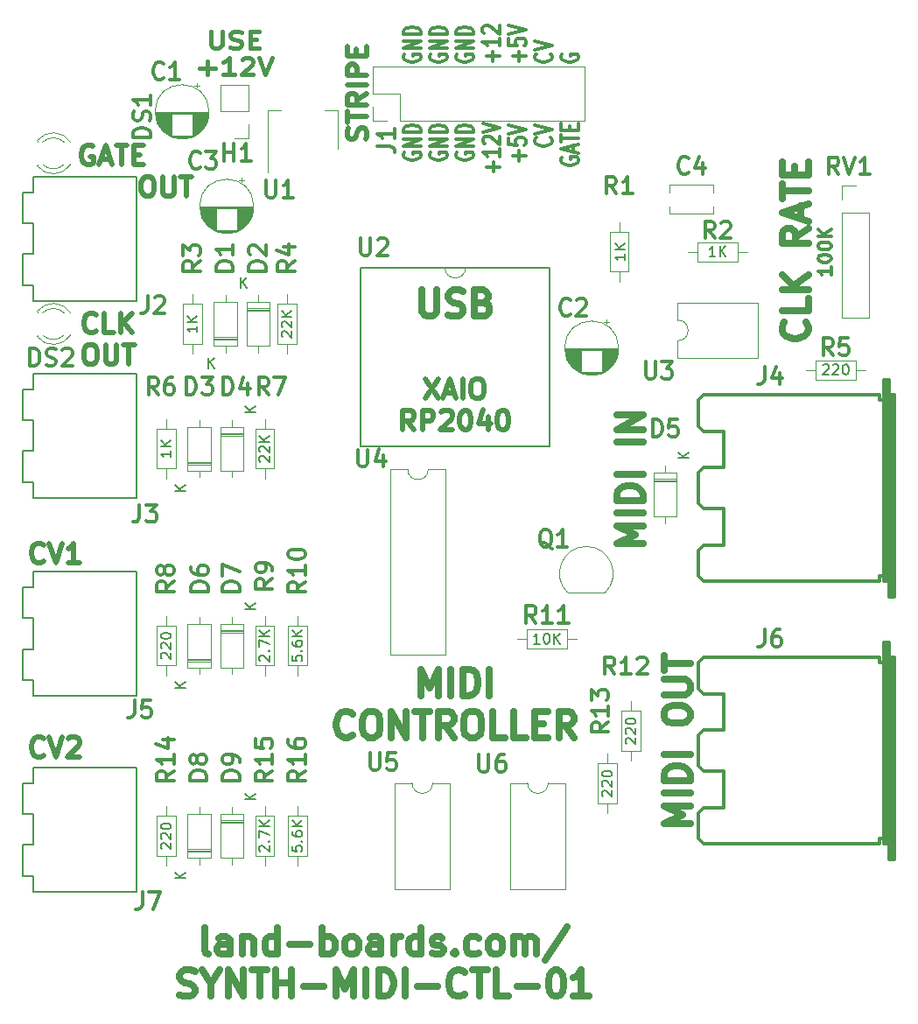
<source format=gto>
%TF.GenerationSoftware,KiCad,Pcbnew,(6.0.1)*%
%TF.CreationDate,2022-09-23T05:10:07-04:00*%
%TF.ProjectId,SYNTH-MIDI-CTL-01,53594e54-482d-44d4-9944-492d43544c2d,1*%
%TF.SameCoordinates,Original*%
%TF.FileFunction,Legend,Top*%
%TF.FilePolarity,Positive*%
%FSLAX46Y46*%
G04 Gerber Fmt 4.6, Leading zero omitted, Abs format (unit mm)*
G04 Created by KiCad (PCBNEW (6.0.1)) date 2022-09-23 05:10:07*
%MOMM*%
%LPD*%
G01*
G04 APERTURE LIST*
%ADD10C,0.476250*%
%ADD11C,0.469900*%
%ADD12C,0.317500*%
%ADD13C,0.635000*%
%ADD14C,0.381000*%
%ADD15C,0.349250*%
%ADD16C,0.150000*%
%ADD17C,0.120000*%
%ADD18C,0.304800*%
G04 APERTURE END LIST*
D10*
X125367142Y-57367260D02*
X126637142Y-59272260D01*
X126637142Y-57367260D02*
X125367142Y-59272260D01*
X127272142Y-58727975D02*
X128179285Y-58727975D01*
X127090714Y-59272260D02*
X127725714Y-57367260D01*
X128360714Y-59272260D01*
X128995714Y-59272260D02*
X128995714Y-57367260D01*
X130265714Y-57367260D02*
X130628571Y-57367260D01*
X130810000Y-57457975D01*
X130991428Y-57639403D01*
X131082142Y-58002260D01*
X131082142Y-58637260D01*
X130991428Y-59000117D01*
X130810000Y-59181546D01*
X130628571Y-59272260D01*
X130265714Y-59272260D01*
X130084285Y-59181546D01*
X129902857Y-59000117D01*
X129812142Y-58637260D01*
X129812142Y-58002260D01*
X129902857Y-57639403D01*
X130084285Y-57457975D01*
X130265714Y-57367260D01*
X124278571Y-62339310D02*
X123643571Y-61432167D01*
X123190000Y-62339310D02*
X123190000Y-60434310D01*
X123915714Y-60434310D01*
X124097142Y-60525025D01*
X124187857Y-60615739D01*
X124278571Y-60797167D01*
X124278571Y-61069310D01*
X124187857Y-61250739D01*
X124097142Y-61341453D01*
X123915714Y-61432167D01*
X123190000Y-61432167D01*
X125095000Y-62339310D02*
X125095000Y-60434310D01*
X125820714Y-60434310D01*
X126002142Y-60525025D01*
X126092857Y-60615739D01*
X126183571Y-60797167D01*
X126183571Y-61069310D01*
X126092857Y-61250739D01*
X126002142Y-61341453D01*
X125820714Y-61432167D01*
X125095000Y-61432167D01*
X126909285Y-60615739D02*
X127000000Y-60525025D01*
X127181428Y-60434310D01*
X127635000Y-60434310D01*
X127816428Y-60525025D01*
X127907142Y-60615739D01*
X127997857Y-60797167D01*
X127997857Y-60978596D01*
X127907142Y-61250739D01*
X126818571Y-62339310D01*
X127997857Y-62339310D01*
X129177142Y-60434310D02*
X129358571Y-60434310D01*
X129540000Y-60525025D01*
X129630714Y-60615739D01*
X129721428Y-60797167D01*
X129812142Y-61160025D01*
X129812142Y-61613596D01*
X129721428Y-61976453D01*
X129630714Y-62157882D01*
X129540000Y-62248596D01*
X129358571Y-62339310D01*
X129177142Y-62339310D01*
X128995714Y-62248596D01*
X128905000Y-62157882D01*
X128814285Y-61976453D01*
X128723571Y-61613596D01*
X128723571Y-61160025D01*
X128814285Y-60797167D01*
X128905000Y-60615739D01*
X128995714Y-60525025D01*
X129177142Y-60434310D01*
X131445000Y-61069310D02*
X131445000Y-62339310D01*
X130991428Y-60343596D02*
X130537857Y-61704310D01*
X131717142Y-61704310D01*
X132805714Y-60434310D02*
X132987142Y-60434310D01*
X133168571Y-60525025D01*
X133259285Y-60615739D01*
X133350000Y-60797167D01*
X133440714Y-61160025D01*
X133440714Y-61613596D01*
X133350000Y-61976453D01*
X133259285Y-62157882D01*
X133168571Y-62248596D01*
X132987142Y-62339310D01*
X132805714Y-62339310D01*
X132624285Y-62248596D01*
X132533571Y-62157882D01*
X132442857Y-61976453D01*
X132352142Y-61613596D01*
X132352142Y-61160025D01*
X132442857Y-60797167D01*
X132533571Y-60615739D01*
X132624285Y-60525025D01*
X132805714Y-60434310D01*
X119643071Y-34208357D02*
X119733785Y-33936214D01*
X119733785Y-33482642D01*
X119643071Y-33301214D01*
X119552357Y-33210500D01*
X119370928Y-33119785D01*
X119189500Y-33119785D01*
X119008071Y-33210500D01*
X118917357Y-33301214D01*
X118826642Y-33482642D01*
X118735928Y-33845500D01*
X118645214Y-34026928D01*
X118554500Y-34117642D01*
X118373071Y-34208357D01*
X118191642Y-34208357D01*
X118010214Y-34117642D01*
X117919500Y-34026928D01*
X117828785Y-33845500D01*
X117828785Y-33391928D01*
X117919500Y-33119785D01*
X117828785Y-32575500D02*
X117828785Y-31486928D01*
X119733785Y-32031214D02*
X117828785Y-32031214D01*
X119733785Y-29763357D02*
X118826642Y-30398357D01*
X119733785Y-30851928D02*
X117828785Y-30851928D01*
X117828785Y-30126214D01*
X117919500Y-29944785D01*
X118010214Y-29854071D01*
X118191642Y-29763357D01*
X118463785Y-29763357D01*
X118645214Y-29854071D01*
X118735928Y-29944785D01*
X118826642Y-30126214D01*
X118826642Y-30851928D01*
X119733785Y-28946928D02*
X117828785Y-28946928D01*
X119733785Y-28039785D02*
X117828785Y-28039785D01*
X117828785Y-27314071D01*
X117919500Y-27132642D01*
X118010214Y-27041928D01*
X118191642Y-26951214D01*
X118463785Y-26951214D01*
X118645214Y-27041928D01*
X118735928Y-27132642D01*
X118826642Y-27314071D01*
X118826642Y-28039785D01*
X118735928Y-26134785D02*
X118735928Y-25499785D01*
X119733785Y-25227642D02*
X119733785Y-26134785D01*
X117828785Y-26134785D01*
X117828785Y-25227642D01*
D11*
X88461577Y-74966285D02*
X88370863Y-75055790D01*
X88098720Y-75145295D01*
X87917292Y-75145295D01*
X87645149Y-75055790D01*
X87463720Y-74876780D01*
X87373006Y-74697771D01*
X87282292Y-74339752D01*
X87282292Y-74071238D01*
X87373006Y-73713219D01*
X87463720Y-73534209D01*
X87645149Y-73355200D01*
X87917292Y-73265695D01*
X88098720Y-73265695D01*
X88370863Y-73355200D01*
X88461577Y-73444704D01*
X89005863Y-73265695D02*
X89640863Y-75145295D01*
X90275863Y-73265695D01*
X91908720Y-75145295D02*
X90820149Y-75145295D01*
X91364435Y-75145295D02*
X91364435Y-73265695D01*
X91183006Y-73534209D01*
X91001577Y-73713219D01*
X90820149Y-73802723D01*
D12*
X125920500Y-26004005D02*
X125841880Y-26124958D01*
X125841880Y-26306386D01*
X125920500Y-26487815D01*
X126077738Y-26608767D01*
X126234976Y-26669244D01*
X126549452Y-26729720D01*
X126785309Y-26729720D01*
X127099785Y-26669244D01*
X127257023Y-26608767D01*
X127414261Y-26487815D01*
X127492880Y-26306386D01*
X127492880Y-26185434D01*
X127414261Y-26004005D01*
X127335642Y-25943529D01*
X126785309Y-25943529D01*
X126785309Y-26185434D01*
X127492880Y-25399244D02*
X125841880Y-25399244D01*
X127492880Y-24673529D01*
X125841880Y-24673529D01*
X127492880Y-24068767D02*
X125841880Y-24068767D01*
X125841880Y-23766386D01*
X125920500Y-23584958D01*
X126077738Y-23464005D01*
X126234976Y-23403529D01*
X126549452Y-23343053D01*
X126785309Y-23343053D01*
X127099785Y-23403529D01*
X127257023Y-23464005D01*
X127414261Y-23584958D01*
X127492880Y-23766386D01*
X127492880Y-24068767D01*
X128460500Y-26004005D02*
X128381880Y-26124958D01*
X128381880Y-26306386D01*
X128460500Y-26487815D01*
X128617738Y-26608767D01*
X128774976Y-26669244D01*
X129089452Y-26729720D01*
X129325309Y-26729720D01*
X129639785Y-26669244D01*
X129797023Y-26608767D01*
X129954261Y-26487815D01*
X130032880Y-26306386D01*
X130032880Y-26185434D01*
X129954261Y-26004005D01*
X129875642Y-25943529D01*
X129325309Y-25943529D01*
X129325309Y-26185434D01*
X130032880Y-25399244D02*
X128381880Y-25399244D01*
X130032880Y-24673529D01*
X128381880Y-24673529D01*
X130032880Y-24068767D02*
X128381880Y-24068767D01*
X128381880Y-23766386D01*
X128460500Y-23584958D01*
X128617738Y-23464005D01*
X128774976Y-23403529D01*
X129089452Y-23343053D01*
X129325309Y-23343053D01*
X129639785Y-23403529D01*
X129797023Y-23464005D01*
X129954261Y-23584958D01*
X130032880Y-23766386D01*
X130032880Y-24068767D01*
D11*
X93196863Y-34885122D02*
X93015435Y-34795617D01*
X92743292Y-34795617D01*
X92471149Y-34885122D01*
X92289720Y-35064131D01*
X92199006Y-35243141D01*
X92108292Y-35601160D01*
X92108292Y-35869674D01*
X92199006Y-36227693D01*
X92289720Y-36406702D01*
X92471149Y-36585712D01*
X92743292Y-36675217D01*
X92924720Y-36675217D01*
X93196863Y-36585712D01*
X93287577Y-36496207D01*
X93287577Y-35869674D01*
X92924720Y-35869674D01*
X94013292Y-36138188D02*
X94920435Y-36138188D01*
X93831863Y-36675217D02*
X94466863Y-34795617D01*
X95101863Y-36675217D01*
X95464720Y-34795617D02*
X96553292Y-34795617D01*
X96009006Y-36675217D02*
X96009006Y-34795617D01*
X97188292Y-35690664D02*
X97823292Y-35690664D01*
X98095435Y-36675217D02*
X97188292Y-36675217D01*
X97188292Y-34795617D01*
X98095435Y-34795617D01*
X98367577Y-37821773D02*
X98730435Y-37821773D01*
X98911863Y-37911278D01*
X99093292Y-38090287D01*
X99184006Y-38448306D01*
X99184006Y-39074839D01*
X99093292Y-39432858D01*
X98911863Y-39611868D01*
X98730435Y-39701373D01*
X98367577Y-39701373D01*
X98186149Y-39611868D01*
X98004720Y-39432858D01*
X97914006Y-39074839D01*
X97914006Y-38448306D01*
X98004720Y-38090287D01*
X98186149Y-37911278D01*
X98367577Y-37821773D01*
X100000435Y-37821773D02*
X100000435Y-39343354D01*
X100091149Y-39522363D01*
X100181863Y-39611868D01*
X100363292Y-39701373D01*
X100726149Y-39701373D01*
X100907577Y-39611868D01*
X100998292Y-39522363D01*
X101089006Y-39343354D01*
X101089006Y-37821773D01*
X101724006Y-37821773D02*
X102812577Y-37821773D01*
X102268292Y-39701373D02*
X102268292Y-37821773D01*
D12*
X137495642Y-34048851D02*
X137574261Y-34109327D01*
X137652880Y-34290755D01*
X137652880Y-34411708D01*
X137574261Y-34593136D01*
X137417023Y-34714089D01*
X137259785Y-34774565D01*
X136945309Y-34835041D01*
X136709452Y-34835041D01*
X136394976Y-34774565D01*
X136237738Y-34714089D01*
X136080500Y-34593136D01*
X136001880Y-34411708D01*
X136001880Y-34290755D01*
X136080500Y-34109327D01*
X136159119Y-34048851D01*
X136001880Y-33685994D02*
X137652880Y-33262660D01*
X136001880Y-32839327D01*
X134483928Y-26671244D02*
X134483928Y-25703625D01*
X135112880Y-26187434D02*
X133854976Y-26187434D01*
X133461880Y-24494101D02*
X133461880Y-25098863D01*
X134248071Y-25159339D01*
X134169452Y-25098863D01*
X134090833Y-24977910D01*
X134090833Y-24675529D01*
X134169452Y-24554577D01*
X134248071Y-24494101D01*
X134405309Y-24433625D01*
X134798404Y-24433625D01*
X134955642Y-24494101D01*
X135034261Y-24554577D01*
X135112880Y-24675529D01*
X135112880Y-24977910D01*
X135034261Y-25098863D01*
X134955642Y-25159339D01*
X133461880Y-24070767D02*
X135112880Y-23647434D01*
X133461880Y-23224101D01*
D13*
X104418190Y-113023347D02*
X104176285Y-112902395D01*
X104055333Y-112660490D01*
X104055333Y-110483347D01*
X106474380Y-113023347D02*
X106474380Y-111692871D01*
X106353428Y-111450966D01*
X106111523Y-111330014D01*
X105627714Y-111330014D01*
X105385809Y-111450966D01*
X106474380Y-112902395D02*
X106232476Y-113023347D01*
X105627714Y-113023347D01*
X105385809Y-112902395D01*
X105264857Y-112660490D01*
X105264857Y-112418585D01*
X105385809Y-112176680D01*
X105627714Y-112055728D01*
X106232476Y-112055728D01*
X106474380Y-111934776D01*
X107683904Y-111330014D02*
X107683904Y-113023347D01*
X107683904Y-111571919D02*
X107804857Y-111450966D01*
X108046761Y-111330014D01*
X108409619Y-111330014D01*
X108651523Y-111450966D01*
X108772476Y-111692871D01*
X108772476Y-113023347D01*
X111070571Y-113023347D02*
X111070571Y-110483347D01*
X111070571Y-112902395D02*
X110828666Y-113023347D01*
X110344857Y-113023347D01*
X110102952Y-112902395D01*
X109982000Y-112781442D01*
X109861047Y-112539538D01*
X109861047Y-111813823D01*
X109982000Y-111571919D01*
X110102952Y-111450966D01*
X110344857Y-111330014D01*
X110828666Y-111330014D01*
X111070571Y-111450966D01*
X112280095Y-112055728D02*
X114215333Y-112055728D01*
X115424857Y-113023347D02*
X115424857Y-110483347D01*
X115424857Y-111450966D02*
X115666761Y-111330014D01*
X116150571Y-111330014D01*
X116392476Y-111450966D01*
X116513428Y-111571919D01*
X116634380Y-111813823D01*
X116634380Y-112539538D01*
X116513428Y-112781442D01*
X116392476Y-112902395D01*
X116150571Y-113023347D01*
X115666761Y-113023347D01*
X115424857Y-112902395D01*
X118085809Y-113023347D02*
X117843904Y-112902395D01*
X117722952Y-112781442D01*
X117602000Y-112539538D01*
X117602000Y-111813823D01*
X117722952Y-111571919D01*
X117843904Y-111450966D01*
X118085809Y-111330014D01*
X118448666Y-111330014D01*
X118690571Y-111450966D01*
X118811523Y-111571919D01*
X118932476Y-111813823D01*
X118932476Y-112539538D01*
X118811523Y-112781442D01*
X118690571Y-112902395D01*
X118448666Y-113023347D01*
X118085809Y-113023347D01*
X121109619Y-113023347D02*
X121109619Y-111692871D01*
X120988666Y-111450966D01*
X120746761Y-111330014D01*
X120262952Y-111330014D01*
X120021047Y-111450966D01*
X121109619Y-112902395D02*
X120867714Y-113023347D01*
X120262952Y-113023347D01*
X120021047Y-112902395D01*
X119900095Y-112660490D01*
X119900095Y-112418585D01*
X120021047Y-112176680D01*
X120262952Y-112055728D01*
X120867714Y-112055728D01*
X121109619Y-111934776D01*
X122319142Y-113023347D02*
X122319142Y-111330014D01*
X122319142Y-111813823D02*
X122440095Y-111571919D01*
X122561047Y-111450966D01*
X122802952Y-111330014D01*
X123044857Y-111330014D01*
X124980095Y-113023347D02*
X124980095Y-110483347D01*
X124980095Y-112902395D02*
X124738190Y-113023347D01*
X124254380Y-113023347D01*
X124012476Y-112902395D01*
X123891523Y-112781442D01*
X123770571Y-112539538D01*
X123770571Y-111813823D01*
X123891523Y-111571919D01*
X124012476Y-111450966D01*
X124254380Y-111330014D01*
X124738190Y-111330014D01*
X124980095Y-111450966D01*
X126068666Y-112902395D02*
X126310571Y-113023347D01*
X126794380Y-113023347D01*
X127036285Y-112902395D01*
X127157238Y-112660490D01*
X127157238Y-112539538D01*
X127036285Y-112297633D01*
X126794380Y-112176680D01*
X126431523Y-112176680D01*
X126189619Y-112055728D01*
X126068666Y-111813823D01*
X126068666Y-111692871D01*
X126189619Y-111450966D01*
X126431523Y-111330014D01*
X126794380Y-111330014D01*
X127036285Y-111450966D01*
X128245809Y-112781442D02*
X128366761Y-112902395D01*
X128245809Y-113023347D01*
X128124857Y-112902395D01*
X128245809Y-112781442D01*
X128245809Y-113023347D01*
X130543904Y-112902395D02*
X130302000Y-113023347D01*
X129818190Y-113023347D01*
X129576285Y-112902395D01*
X129455333Y-112781442D01*
X129334380Y-112539538D01*
X129334380Y-111813823D01*
X129455333Y-111571919D01*
X129576285Y-111450966D01*
X129818190Y-111330014D01*
X130302000Y-111330014D01*
X130543904Y-111450966D01*
X131995333Y-113023347D02*
X131753428Y-112902395D01*
X131632476Y-112781442D01*
X131511523Y-112539538D01*
X131511523Y-111813823D01*
X131632476Y-111571919D01*
X131753428Y-111450966D01*
X131995333Y-111330014D01*
X132358190Y-111330014D01*
X132600095Y-111450966D01*
X132721047Y-111571919D01*
X132842000Y-111813823D01*
X132842000Y-112539538D01*
X132721047Y-112781442D01*
X132600095Y-112902395D01*
X132358190Y-113023347D01*
X131995333Y-113023347D01*
X133930571Y-113023347D02*
X133930571Y-111330014D01*
X133930571Y-111571919D02*
X134051523Y-111450966D01*
X134293428Y-111330014D01*
X134656285Y-111330014D01*
X134898190Y-111450966D01*
X135019142Y-111692871D01*
X135019142Y-113023347D01*
X135019142Y-111692871D02*
X135140095Y-111450966D01*
X135382000Y-111330014D01*
X135744857Y-111330014D01*
X135986761Y-111450966D01*
X136107714Y-111692871D01*
X136107714Y-113023347D01*
X139131523Y-110362395D02*
X136954380Y-113628109D01*
X101636285Y-116991795D02*
X101999142Y-117112747D01*
X102603904Y-117112747D01*
X102845809Y-116991795D01*
X102966761Y-116870842D01*
X103087714Y-116628938D01*
X103087714Y-116387033D01*
X102966761Y-116145128D01*
X102845809Y-116024176D01*
X102603904Y-115903223D01*
X102120095Y-115782271D01*
X101878190Y-115661319D01*
X101757238Y-115540366D01*
X101636285Y-115298461D01*
X101636285Y-115056557D01*
X101757238Y-114814652D01*
X101878190Y-114693700D01*
X102120095Y-114572747D01*
X102724857Y-114572747D01*
X103087714Y-114693700D01*
X104660095Y-115903223D02*
X104660095Y-117112747D01*
X103813428Y-114572747D02*
X104660095Y-115903223D01*
X105506761Y-114572747D01*
X106353428Y-117112747D02*
X106353428Y-114572747D01*
X107804857Y-117112747D01*
X107804857Y-114572747D01*
X108651523Y-114572747D02*
X110102952Y-114572747D01*
X109377238Y-117112747D02*
X109377238Y-114572747D01*
X110949619Y-117112747D02*
X110949619Y-114572747D01*
X110949619Y-115782271D02*
X112401047Y-115782271D01*
X112401047Y-117112747D02*
X112401047Y-114572747D01*
X113610571Y-116145128D02*
X115545809Y-116145128D01*
X116755333Y-117112747D02*
X116755333Y-114572747D01*
X117602000Y-116387033D01*
X118448666Y-114572747D01*
X118448666Y-117112747D01*
X119658190Y-117112747D02*
X119658190Y-114572747D01*
X120867714Y-117112747D02*
X120867714Y-114572747D01*
X121472476Y-114572747D01*
X121835333Y-114693700D01*
X122077238Y-114935604D01*
X122198190Y-115177509D01*
X122319142Y-115661319D01*
X122319142Y-116024176D01*
X122198190Y-116507985D01*
X122077238Y-116749890D01*
X121835333Y-116991795D01*
X121472476Y-117112747D01*
X120867714Y-117112747D01*
X123407714Y-117112747D02*
X123407714Y-114572747D01*
X124617238Y-116145128D02*
X126552476Y-116145128D01*
X129213428Y-116870842D02*
X129092476Y-116991795D01*
X128729619Y-117112747D01*
X128487714Y-117112747D01*
X128124857Y-116991795D01*
X127882952Y-116749890D01*
X127762000Y-116507985D01*
X127641047Y-116024176D01*
X127641047Y-115661319D01*
X127762000Y-115177509D01*
X127882952Y-114935604D01*
X128124857Y-114693700D01*
X128487714Y-114572747D01*
X128729619Y-114572747D01*
X129092476Y-114693700D01*
X129213428Y-114814652D01*
X129939142Y-114572747D02*
X131390571Y-114572747D01*
X130664857Y-117112747D02*
X130664857Y-114572747D01*
X133446761Y-117112747D02*
X132237238Y-117112747D01*
X132237238Y-114572747D01*
X134293428Y-116145128D02*
X136228666Y-116145128D01*
X137922000Y-114572747D02*
X138163904Y-114572747D01*
X138405809Y-114693700D01*
X138526761Y-114814652D01*
X138647714Y-115056557D01*
X138768666Y-115540366D01*
X138768666Y-116145128D01*
X138647714Y-116628938D01*
X138526761Y-116870842D01*
X138405809Y-116991795D01*
X138163904Y-117112747D01*
X137922000Y-117112747D01*
X137680095Y-116991795D01*
X137559142Y-116870842D01*
X137438190Y-116628938D01*
X137317238Y-116145128D01*
X137317238Y-115540366D01*
X137438190Y-115056557D01*
X137559142Y-114814652D01*
X137680095Y-114693700D01*
X137922000Y-114572747D01*
X141187714Y-117112747D02*
X139736285Y-117112747D01*
X140462000Y-117112747D02*
X140462000Y-114572747D01*
X140220095Y-114935604D01*
X139978190Y-115177509D01*
X139736285Y-115298461D01*
D12*
X123380500Y-35489232D02*
X123301880Y-35610184D01*
X123301880Y-35791613D01*
X123380500Y-35973041D01*
X123537738Y-36093994D01*
X123694976Y-36154470D01*
X124009452Y-36214946D01*
X124245309Y-36214946D01*
X124559785Y-36154470D01*
X124717023Y-36093994D01*
X124874261Y-35973041D01*
X124952880Y-35791613D01*
X124952880Y-35670660D01*
X124874261Y-35489232D01*
X124795642Y-35428755D01*
X124245309Y-35428755D01*
X124245309Y-35670660D01*
X124952880Y-34884470D02*
X123301880Y-34884470D01*
X124952880Y-34158755D01*
X123301880Y-34158755D01*
X124952880Y-33553994D02*
X123301880Y-33553994D01*
X123301880Y-33251613D01*
X123380500Y-33070184D01*
X123537738Y-32949232D01*
X123694976Y-32888755D01*
X124009452Y-32828279D01*
X124245309Y-32828279D01*
X124559785Y-32888755D01*
X124717023Y-32949232D01*
X124874261Y-33070184D01*
X124952880Y-33251613D01*
X124952880Y-33553994D01*
X131973928Y-37363994D02*
X131973928Y-36396375D01*
X132602880Y-36880184D02*
X131344976Y-36880184D01*
X132602880Y-35126375D02*
X132602880Y-35852089D01*
X132602880Y-35489232D02*
X130951880Y-35489232D01*
X131187738Y-35610184D01*
X131344976Y-35731136D01*
X131423595Y-35852089D01*
X131109119Y-34642565D02*
X131030500Y-34582089D01*
X130951880Y-34461136D01*
X130951880Y-34158755D01*
X131030500Y-34037803D01*
X131109119Y-33977327D01*
X131266357Y-33916851D01*
X131423595Y-33916851D01*
X131659452Y-33977327D01*
X132602880Y-34703041D01*
X132602880Y-33916851D01*
X130951880Y-33553994D02*
X132602880Y-33130660D01*
X130951880Y-32707327D01*
D13*
X151009047Y-100378380D02*
X148469047Y-100378380D01*
X150283333Y-99531714D01*
X148469047Y-98685047D01*
X151009047Y-98685047D01*
X151009047Y-97475523D02*
X148469047Y-97475523D01*
X151009047Y-96266000D02*
X148469047Y-96266000D01*
X148469047Y-95661238D01*
X148590000Y-95298380D01*
X148831904Y-95056476D01*
X149073809Y-94935523D01*
X149557619Y-94814571D01*
X149920476Y-94814571D01*
X150404285Y-94935523D01*
X150646190Y-95056476D01*
X150888095Y-95298380D01*
X151009047Y-95661238D01*
X151009047Y-96266000D01*
X151009047Y-93726000D02*
X148469047Y-93726000D01*
X148469047Y-90097428D02*
X148469047Y-89613619D01*
X148590000Y-89371714D01*
X148831904Y-89129809D01*
X149315714Y-89008857D01*
X150162380Y-89008857D01*
X150646190Y-89129809D01*
X150888095Y-89371714D01*
X151009047Y-89613619D01*
X151009047Y-90097428D01*
X150888095Y-90339333D01*
X150646190Y-90581238D01*
X150162380Y-90702190D01*
X149315714Y-90702190D01*
X148831904Y-90581238D01*
X148590000Y-90339333D01*
X148469047Y-90097428D01*
X148469047Y-87920285D02*
X150525238Y-87920285D01*
X150767142Y-87799333D01*
X150888095Y-87678380D01*
X151009047Y-87436476D01*
X151009047Y-86952666D01*
X150888095Y-86710761D01*
X150767142Y-86589809D01*
X150525238Y-86468857D01*
X148469047Y-86468857D01*
X148469047Y-85622190D02*
X148469047Y-84170761D01*
X151009047Y-84896476D02*
X148469047Y-84896476D01*
D12*
X134483928Y-36286470D02*
X134483928Y-35318851D01*
X135112880Y-35802660D02*
X133854976Y-35802660D01*
X133461880Y-34109327D02*
X133461880Y-34714089D01*
X134248071Y-34774565D01*
X134169452Y-34714089D01*
X134090833Y-34593136D01*
X134090833Y-34290755D01*
X134169452Y-34169803D01*
X134248071Y-34109327D01*
X134405309Y-34048851D01*
X134798404Y-34048851D01*
X134955642Y-34109327D01*
X135034261Y-34169803D01*
X135112880Y-34290755D01*
X135112880Y-34593136D01*
X135034261Y-34714089D01*
X134955642Y-34774565D01*
X133461880Y-33685994D02*
X135112880Y-33262660D01*
X133461880Y-32839327D01*
X128460500Y-35489232D02*
X128381880Y-35610184D01*
X128381880Y-35791613D01*
X128460500Y-35973041D01*
X128617738Y-36093994D01*
X128774976Y-36154470D01*
X129089452Y-36214946D01*
X129325309Y-36214946D01*
X129639785Y-36154470D01*
X129797023Y-36093994D01*
X129954261Y-35973041D01*
X130032880Y-35791613D01*
X130032880Y-35670660D01*
X129954261Y-35489232D01*
X129875642Y-35428755D01*
X129325309Y-35428755D01*
X129325309Y-35670660D01*
X130032880Y-34884470D02*
X128381880Y-34884470D01*
X130032880Y-34158755D01*
X128381880Y-34158755D01*
X130032880Y-33553994D02*
X128381880Y-33553994D01*
X128381880Y-33251613D01*
X128460500Y-33070184D01*
X128617738Y-32949232D01*
X128774976Y-32888755D01*
X129089452Y-32828279D01*
X129325309Y-32828279D01*
X129639785Y-32888755D01*
X129797023Y-32949232D01*
X129954261Y-33070184D01*
X130032880Y-33251613D01*
X130032880Y-33553994D01*
X138620500Y-35971994D02*
X138541880Y-36092946D01*
X138541880Y-36274375D01*
X138620500Y-36455803D01*
X138777738Y-36576755D01*
X138934976Y-36637232D01*
X139249452Y-36697708D01*
X139485309Y-36697708D01*
X139799785Y-36637232D01*
X139957023Y-36576755D01*
X140114261Y-36455803D01*
X140192880Y-36274375D01*
X140192880Y-36153422D01*
X140114261Y-35971994D01*
X140035642Y-35911517D01*
X139485309Y-35911517D01*
X139485309Y-36153422D01*
X139721166Y-35427708D02*
X139721166Y-34822946D01*
X140192880Y-35548660D02*
X138541880Y-35125327D01*
X140192880Y-34701994D01*
X138541880Y-34460089D02*
X138541880Y-33734375D01*
X140192880Y-34097232D02*
X138541880Y-34097232D01*
X139328071Y-33311041D02*
X139328071Y-32887708D01*
X140192880Y-32706279D02*
X140192880Y-33311041D01*
X138541880Y-33311041D01*
X138541880Y-32706279D01*
D10*
X88465705Y-93771357D02*
X88374991Y-93862071D01*
X88102848Y-93952785D01*
X87921419Y-93952785D01*
X87649276Y-93862071D01*
X87467848Y-93680642D01*
X87377133Y-93499214D01*
X87286419Y-93136357D01*
X87286419Y-92864214D01*
X87377133Y-92501357D01*
X87467848Y-92319928D01*
X87649276Y-92138500D01*
X87921419Y-92047785D01*
X88102848Y-92047785D01*
X88374991Y-92138500D01*
X88465705Y-92229214D01*
X89009991Y-92047785D02*
X89644991Y-93952785D01*
X90279991Y-92047785D01*
X90824276Y-92229214D02*
X90914991Y-92138500D01*
X91096419Y-92047785D01*
X91549991Y-92047785D01*
X91731419Y-92138500D01*
X91822133Y-92229214D01*
X91912848Y-92410642D01*
X91912848Y-92592071D01*
X91822133Y-92864214D01*
X90733562Y-93952785D01*
X91912848Y-93952785D01*
D12*
X137495642Y-25943529D02*
X137574261Y-26004005D01*
X137652880Y-26185434D01*
X137652880Y-26306386D01*
X137574261Y-26487815D01*
X137417023Y-26608767D01*
X137259785Y-26669244D01*
X136945309Y-26729720D01*
X136709452Y-26729720D01*
X136394976Y-26669244D01*
X136237738Y-26608767D01*
X136080500Y-26487815D01*
X136001880Y-26306386D01*
X136001880Y-26185434D01*
X136080500Y-26004005D01*
X136159119Y-25943529D01*
X136001880Y-25580672D02*
X137652880Y-25157339D01*
X136001880Y-24734005D01*
D13*
X125064761Y-48774047D02*
X125064761Y-50830238D01*
X125185714Y-51072142D01*
X125306666Y-51193095D01*
X125548571Y-51314047D01*
X126032380Y-51314047D01*
X126274285Y-51193095D01*
X126395238Y-51072142D01*
X126516190Y-50830238D01*
X126516190Y-48774047D01*
X127604761Y-51193095D02*
X127967619Y-51314047D01*
X128572380Y-51314047D01*
X128814285Y-51193095D01*
X128935238Y-51072142D01*
X129056190Y-50830238D01*
X129056190Y-50588333D01*
X128935238Y-50346428D01*
X128814285Y-50225476D01*
X128572380Y-50104523D01*
X128088571Y-49983571D01*
X127846666Y-49862619D01*
X127725714Y-49741666D01*
X127604761Y-49499761D01*
X127604761Y-49257857D01*
X127725714Y-49015952D01*
X127846666Y-48895000D01*
X128088571Y-48774047D01*
X128693333Y-48774047D01*
X129056190Y-48895000D01*
X130991428Y-49983571D02*
X131354285Y-50104523D01*
X131475238Y-50225476D01*
X131596190Y-50467380D01*
X131596190Y-50830238D01*
X131475238Y-51072142D01*
X131354285Y-51193095D01*
X131112380Y-51314047D01*
X130144761Y-51314047D01*
X130144761Y-48774047D01*
X130991428Y-48774047D01*
X131233333Y-48895000D01*
X131354285Y-49015952D01*
X131475238Y-49257857D01*
X131475238Y-49499761D01*
X131354285Y-49741666D01*
X131233333Y-49862619D01*
X130991428Y-49983571D01*
X130144761Y-49983571D01*
D12*
X131943928Y-26671244D02*
X131943928Y-25703625D01*
X132572880Y-26187434D02*
X131314976Y-26187434D01*
X132572880Y-24433625D02*
X132572880Y-25159339D01*
X132572880Y-24796482D02*
X130921880Y-24796482D01*
X131157738Y-24917434D01*
X131314976Y-25038386D01*
X131393595Y-25159339D01*
X131079119Y-23949815D02*
X131000500Y-23889339D01*
X130921880Y-23768386D01*
X130921880Y-23466005D01*
X131000500Y-23345053D01*
X131079119Y-23284577D01*
X131236357Y-23224101D01*
X131393595Y-23224101D01*
X131629452Y-23284577D01*
X132572880Y-24010291D01*
X132572880Y-23224101D01*
X123380500Y-26004005D02*
X123301880Y-26124958D01*
X123301880Y-26306386D01*
X123380500Y-26487815D01*
X123537738Y-26608767D01*
X123694976Y-26669244D01*
X124009452Y-26729720D01*
X124245309Y-26729720D01*
X124559785Y-26669244D01*
X124717023Y-26608767D01*
X124874261Y-26487815D01*
X124952880Y-26306386D01*
X124952880Y-26185434D01*
X124874261Y-26004005D01*
X124795642Y-25943529D01*
X124245309Y-25943529D01*
X124245309Y-26185434D01*
X124952880Y-25399244D02*
X123301880Y-25399244D01*
X124952880Y-24673529D01*
X123301880Y-24673529D01*
X124952880Y-24068767D02*
X123301880Y-24068767D01*
X123301880Y-23766386D01*
X123380500Y-23584958D01*
X123537738Y-23464005D01*
X123694976Y-23403529D01*
X124009452Y-23343053D01*
X124245309Y-23343053D01*
X124559785Y-23403529D01*
X124717023Y-23464005D01*
X124874261Y-23584958D01*
X124952880Y-23766386D01*
X124952880Y-24068767D01*
D13*
X162197142Y-51912761D02*
X162318095Y-52033714D01*
X162439047Y-52396571D01*
X162439047Y-52638476D01*
X162318095Y-53001333D01*
X162076190Y-53243238D01*
X161834285Y-53364190D01*
X161350476Y-53485142D01*
X160987619Y-53485142D01*
X160503809Y-53364190D01*
X160261904Y-53243238D01*
X160020000Y-53001333D01*
X159899047Y-52638476D01*
X159899047Y-52396571D01*
X160020000Y-52033714D01*
X160140952Y-51912761D01*
X162439047Y-49614666D02*
X162439047Y-50824190D01*
X159899047Y-50824190D01*
X162439047Y-48768000D02*
X159899047Y-48768000D01*
X162439047Y-47316571D02*
X160987619Y-48405142D01*
X159899047Y-47316571D02*
X161350476Y-48768000D01*
X162439047Y-42841333D02*
X161229523Y-43688000D01*
X162439047Y-44292761D02*
X159899047Y-44292761D01*
X159899047Y-43325142D01*
X160020000Y-43083238D01*
X160140952Y-42962285D01*
X160382857Y-42841333D01*
X160745714Y-42841333D01*
X160987619Y-42962285D01*
X161108571Y-43083238D01*
X161229523Y-43325142D01*
X161229523Y-44292761D01*
X161713333Y-41873714D02*
X161713333Y-40664190D01*
X162439047Y-42115619D02*
X159899047Y-41268952D01*
X162439047Y-40422285D01*
X159899047Y-39938476D02*
X159899047Y-38487047D01*
X162439047Y-39212761D02*
X159899047Y-39212761D01*
X161108571Y-37640380D02*
X161108571Y-36793714D01*
X162439047Y-36430857D02*
X162439047Y-37640380D01*
X159899047Y-37640380D01*
X159899047Y-36430857D01*
X124943809Y-88004347D02*
X124943809Y-85464347D01*
X125790476Y-87278633D01*
X126637142Y-85464347D01*
X126637142Y-88004347D01*
X127846666Y-88004347D02*
X127846666Y-85464347D01*
X129056190Y-88004347D02*
X129056190Y-85464347D01*
X129660952Y-85464347D01*
X130023809Y-85585300D01*
X130265714Y-85827204D01*
X130386666Y-86069109D01*
X130507619Y-86552919D01*
X130507619Y-86915776D01*
X130386666Y-87399585D01*
X130265714Y-87641490D01*
X130023809Y-87883395D01*
X129660952Y-88004347D01*
X129056190Y-88004347D01*
X131596190Y-88004347D02*
X131596190Y-85464347D01*
X118351904Y-91851842D02*
X118230952Y-91972795D01*
X117868095Y-92093747D01*
X117626190Y-92093747D01*
X117263333Y-91972795D01*
X117021428Y-91730890D01*
X116900476Y-91488985D01*
X116779523Y-91005176D01*
X116779523Y-90642319D01*
X116900476Y-90158509D01*
X117021428Y-89916604D01*
X117263333Y-89674700D01*
X117626190Y-89553747D01*
X117868095Y-89553747D01*
X118230952Y-89674700D01*
X118351904Y-89795652D01*
X119924285Y-89553747D02*
X120408095Y-89553747D01*
X120650000Y-89674700D01*
X120891904Y-89916604D01*
X121012857Y-90400414D01*
X121012857Y-91247080D01*
X120891904Y-91730890D01*
X120650000Y-91972795D01*
X120408095Y-92093747D01*
X119924285Y-92093747D01*
X119682380Y-91972795D01*
X119440476Y-91730890D01*
X119319523Y-91247080D01*
X119319523Y-90400414D01*
X119440476Y-89916604D01*
X119682380Y-89674700D01*
X119924285Y-89553747D01*
X122101428Y-92093747D02*
X122101428Y-89553747D01*
X123552857Y-92093747D01*
X123552857Y-89553747D01*
X124399523Y-89553747D02*
X125850952Y-89553747D01*
X125125238Y-92093747D02*
X125125238Y-89553747D01*
X128149047Y-92093747D02*
X127302380Y-90884223D01*
X126697619Y-92093747D02*
X126697619Y-89553747D01*
X127665238Y-89553747D01*
X127907142Y-89674700D01*
X128028095Y-89795652D01*
X128149047Y-90037557D01*
X128149047Y-90400414D01*
X128028095Y-90642319D01*
X127907142Y-90763271D01*
X127665238Y-90884223D01*
X126697619Y-90884223D01*
X129721428Y-89553747D02*
X130205238Y-89553747D01*
X130447142Y-89674700D01*
X130689047Y-89916604D01*
X130810000Y-90400414D01*
X130810000Y-91247080D01*
X130689047Y-91730890D01*
X130447142Y-91972795D01*
X130205238Y-92093747D01*
X129721428Y-92093747D01*
X129479523Y-91972795D01*
X129237619Y-91730890D01*
X129116666Y-91247080D01*
X129116666Y-90400414D01*
X129237619Y-89916604D01*
X129479523Y-89674700D01*
X129721428Y-89553747D01*
X133108095Y-92093747D02*
X131898571Y-92093747D01*
X131898571Y-89553747D01*
X135164285Y-92093747D02*
X133954761Y-92093747D01*
X133954761Y-89553747D01*
X136010952Y-90763271D02*
X136857619Y-90763271D01*
X137220476Y-92093747D02*
X136010952Y-92093747D01*
X136010952Y-89553747D01*
X137220476Y-89553747D01*
X139760476Y-92093747D02*
X138913809Y-90884223D01*
X138309047Y-92093747D02*
X138309047Y-89553747D01*
X139276666Y-89553747D01*
X139518571Y-89674700D01*
X139639523Y-89795652D01*
X139760476Y-90037557D01*
X139760476Y-90400414D01*
X139639523Y-90642319D01*
X139518571Y-90763271D01*
X139276666Y-90884223D01*
X138309047Y-90884223D01*
D12*
X125920500Y-35489232D02*
X125841880Y-35610184D01*
X125841880Y-35791613D01*
X125920500Y-35973041D01*
X126077738Y-36093994D01*
X126234976Y-36154470D01*
X126549452Y-36214946D01*
X126785309Y-36214946D01*
X127099785Y-36154470D01*
X127257023Y-36093994D01*
X127414261Y-35973041D01*
X127492880Y-35791613D01*
X127492880Y-35670660D01*
X127414261Y-35489232D01*
X127335642Y-35428755D01*
X126785309Y-35428755D01*
X126785309Y-35670660D01*
X127492880Y-34884470D02*
X125841880Y-34884470D01*
X127492880Y-34158755D01*
X125841880Y-34158755D01*
X127492880Y-33553994D02*
X125841880Y-33553994D01*
X125841880Y-33251613D01*
X125920500Y-33070184D01*
X126077738Y-32949232D01*
X126234976Y-32888755D01*
X126549452Y-32828279D01*
X126785309Y-32828279D01*
X127099785Y-32888755D01*
X127257023Y-32949232D01*
X127414261Y-33070184D01*
X127492880Y-33251613D01*
X127492880Y-33553994D01*
D11*
X93541577Y-52752207D02*
X93450863Y-52841712D01*
X93178720Y-52931217D01*
X92997292Y-52931217D01*
X92725149Y-52841712D01*
X92543720Y-52662702D01*
X92453006Y-52483693D01*
X92362292Y-52125674D01*
X92362292Y-51857160D01*
X92453006Y-51499141D01*
X92543720Y-51320131D01*
X92725149Y-51141122D01*
X92997292Y-51051617D01*
X93178720Y-51051617D01*
X93450863Y-51141122D01*
X93541577Y-51230626D01*
X95265149Y-52931217D02*
X94358006Y-52931217D01*
X94358006Y-51051617D01*
X95900149Y-52931217D02*
X95900149Y-51051617D01*
X96988720Y-52931217D02*
X96172292Y-51857160D01*
X96988720Y-51051617D02*
X95900149Y-52125674D01*
X92815863Y-54077773D02*
X93178720Y-54077773D01*
X93360149Y-54167278D01*
X93541577Y-54346287D01*
X93632292Y-54704306D01*
X93632292Y-55330839D01*
X93541577Y-55688858D01*
X93360149Y-55867868D01*
X93178720Y-55957373D01*
X92815863Y-55957373D01*
X92634435Y-55867868D01*
X92453006Y-55688858D01*
X92362292Y-55330839D01*
X92362292Y-54704306D01*
X92453006Y-54346287D01*
X92634435Y-54167278D01*
X92815863Y-54077773D01*
X94448720Y-54077773D02*
X94448720Y-55599354D01*
X94539435Y-55778363D01*
X94630149Y-55867868D01*
X94811577Y-55957373D01*
X95174435Y-55957373D01*
X95355863Y-55867868D01*
X95446577Y-55778363D01*
X95537292Y-55599354D01*
X95537292Y-54077773D01*
X96172292Y-54077773D02*
X97260863Y-54077773D01*
X96716577Y-55957373D02*
X96716577Y-54077773D01*
D13*
X146437047Y-73285047D02*
X143897047Y-73285047D01*
X145711333Y-72438380D01*
X143897047Y-71591714D01*
X146437047Y-71591714D01*
X146437047Y-70382190D02*
X143897047Y-70382190D01*
X146437047Y-69172666D02*
X143897047Y-69172666D01*
X143897047Y-68567904D01*
X144018000Y-68205047D01*
X144259904Y-67963142D01*
X144501809Y-67842190D01*
X144985619Y-67721238D01*
X145348476Y-67721238D01*
X145832285Y-67842190D01*
X146074190Y-67963142D01*
X146316095Y-68205047D01*
X146437047Y-68567904D01*
X146437047Y-69172666D01*
X146437047Y-66632666D02*
X143897047Y-66632666D01*
X146437047Y-63487904D02*
X143897047Y-63487904D01*
X146437047Y-62278380D02*
X143897047Y-62278380D01*
X146437047Y-60826952D01*
X143897047Y-60826952D01*
D12*
X138620500Y-26004005D02*
X138541880Y-26124958D01*
X138541880Y-26306386D01*
X138620500Y-26487815D01*
X138777738Y-26608767D01*
X138934976Y-26669244D01*
X139249452Y-26729720D01*
X139485309Y-26729720D01*
X139799785Y-26669244D01*
X139957023Y-26608767D01*
X140114261Y-26487815D01*
X140192880Y-26306386D01*
X140192880Y-26185434D01*
X140114261Y-26004005D01*
X140035642Y-25943529D01*
X139485309Y-25943529D01*
X139485309Y-26185434D01*
D14*
X104620785Y-23760717D02*
X104620785Y-25045836D01*
X104711500Y-25197027D01*
X104802214Y-25272622D01*
X104983642Y-25348217D01*
X105346500Y-25348217D01*
X105527928Y-25272622D01*
X105618642Y-25197027D01*
X105709357Y-25045836D01*
X105709357Y-23760717D01*
X106525785Y-25272622D02*
X106797928Y-25348217D01*
X107251500Y-25348217D01*
X107432928Y-25272622D01*
X107523642Y-25197027D01*
X107614357Y-25045836D01*
X107614357Y-24894646D01*
X107523642Y-24743455D01*
X107432928Y-24667860D01*
X107251500Y-24592265D01*
X106888642Y-24516670D01*
X106707214Y-24441074D01*
X106616500Y-24365479D01*
X106525785Y-24214289D01*
X106525785Y-24063098D01*
X106616500Y-23911908D01*
X106707214Y-23836313D01*
X106888642Y-23760717D01*
X107342214Y-23760717D01*
X107614357Y-23836313D01*
X108430785Y-24516670D02*
X109065785Y-24516670D01*
X109337928Y-25348217D02*
X108430785Y-25348217D01*
X108430785Y-23760717D01*
X109337928Y-23760717D01*
X103577571Y-27299330D02*
X105029000Y-27299330D01*
X104303285Y-27904092D02*
X104303285Y-26694568D01*
X106934000Y-27904092D02*
X105845428Y-27904092D01*
X106389714Y-27904092D02*
X106389714Y-26316592D01*
X106208285Y-26543378D01*
X106026857Y-26694568D01*
X105845428Y-26770164D01*
X107659714Y-26467783D02*
X107750428Y-26392188D01*
X107931857Y-26316592D01*
X108385428Y-26316592D01*
X108566857Y-26392188D01*
X108657571Y-26467783D01*
X108748285Y-26618973D01*
X108748285Y-26770164D01*
X108657571Y-26996949D01*
X107569000Y-27904092D01*
X108748285Y-27904092D01*
X109292571Y-26316592D02*
X109927571Y-27904092D01*
X110562571Y-26316592D01*
D15*
%TO.C,C3*%
X103610833Y-36911642D02*
X103532214Y-36990261D01*
X103296357Y-37068880D01*
X103139119Y-37068880D01*
X102903261Y-36990261D01*
X102746023Y-36833023D01*
X102667404Y-36675785D01*
X102588785Y-36361309D01*
X102588785Y-36125452D01*
X102667404Y-35810976D01*
X102746023Y-35653738D01*
X102903261Y-35496500D01*
X103139119Y-35417880D01*
X103296357Y-35417880D01*
X103532214Y-35496500D01*
X103610833Y-35575119D01*
X104161166Y-35417880D02*
X105183214Y-35417880D01*
X104632880Y-36046833D01*
X104868738Y-36046833D01*
X105025976Y-36125452D01*
X105104595Y-36204071D01*
X105183214Y-36361309D01*
X105183214Y-36754404D01*
X105104595Y-36911642D01*
X105025976Y-36990261D01*
X104868738Y-37068880D01*
X104397023Y-37068880D01*
X104239785Y-36990261D01*
X104161166Y-36911642D01*
%TO.C,D4*%
X105842404Y-58912880D02*
X105842404Y-57261880D01*
X106235500Y-57261880D01*
X106471357Y-57340500D01*
X106628595Y-57497738D01*
X106707214Y-57654976D01*
X106785833Y-57969452D01*
X106785833Y-58205309D01*
X106707214Y-58519785D01*
X106628595Y-58677023D01*
X106471357Y-58834261D01*
X106235500Y-58912880D01*
X105842404Y-58912880D01*
X108200976Y-57812214D02*
X108200976Y-58912880D01*
X107807880Y-57183261D02*
X107414785Y-58362547D01*
X108436833Y-58362547D01*
D16*
X108932380Y-60586904D02*
X107932380Y-60586904D01*
X108932380Y-60015476D02*
X108360952Y-60444047D01*
X107932380Y-60015476D02*
X108503809Y-60586904D01*
D15*
%TO.C,C2*%
X139424833Y-51135642D02*
X139346214Y-51214261D01*
X139110357Y-51292880D01*
X138953119Y-51292880D01*
X138717261Y-51214261D01*
X138560023Y-51057023D01*
X138481404Y-50899785D01*
X138402785Y-50585309D01*
X138402785Y-50349452D01*
X138481404Y-50034976D01*
X138560023Y-49877738D01*
X138717261Y-49720500D01*
X138953119Y-49641880D01*
X139110357Y-49641880D01*
X139346214Y-49720500D01*
X139424833Y-49799119D01*
X140053785Y-49799119D02*
X140132404Y-49720500D01*
X140289642Y-49641880D01*
X140682738Y-49641880D01*
X140839976Y-49720500D01*
X140918595Y-49799119D01*
X140997214Y-49956357D01*
X140997214Y-50113595D01*
X140918595Y-50349452D01*
X139975166Y-51292880D01*
X140997214Y-51292880D01*
%TO.C,D9*%
X107426880Y-96214595D02*
X105775880Y-96214595D01*
X105775880Y-95821500D01*
X105854500Y-95585642D01*
X106011738Y-95428404D01*
X106168976Y-95349785D01*
X106483452Y-95271166D01*
X106719309Y-95271166D01*
X107033785Y-95349785D01*
X107191023Y-95428404D01*
X107348261Y-95585642D01*
X107426880Y-95821500D01*
X107426880Y-96214595D01*
X107426880Y-94484976D02*
X107426880Y-94170500D01*
X107348261Y-94013261D01*
X107269642Y-93934642D01*
X107033785Y-93777404D01*
X106719309Y-93698785D01*
X106090357Y-93698785D01*
X105933119Y-93777404D01*
X105854500Y-93856023D01*
X105775880Y-94013261D01*
X105775880Y-94327738D01*
X105854500Y-94484976D01*
X105933119Y-94563595D01*
X106090357Y-94642214D01*
X106483452Y-94642214D01*
X106640690Y-94563595D01*
X106719309Y-94484976D01*
X106797928Y-94327738D01*
X106797928Y-94013261D01*
X106719309Y-93856023D01*
X106640690Y-93777404D01*
X106483452Y-93698785D01*
D16*
X108932380Y-98051904D02*
X107932380Y-98051904D01*
X108932380Y-97480476D02*
X108360952Y-97909047D01*
X107932380Y-97480476D02*
X108503809Y-98051904D01*
D15*
%TO.C,RV1*%
X165387261Y-37581880D02*
X164836928Y-36795690D01*
X164443833Y-37581880D02*
X164443833Y-35930880D01*
X165072785Y-35930880D01*
X165230023Y-36009500D01*
X165308642Y-36088119D01*
X165387261Y-36245357D01*
X165387261Y-36481214D01*
X165308642Y-36638452D01*
X165230023Y-36717071D01*
X165072785Y-36795690D01*
X164443833Y-36795690D01*
X165858976Y-35930880D02*
X166409309Y-37581880D01*
X166959642Y-35930880D01*
X168374785Y-37581880D02*
X167431357Y-37581880D01*
X167903071Y-37581880D02*
X167903071Y-35930880D01*
X167745833Y-36166738D01*
X167588595Y-36323976D01*
X167431357Y-36402595D01*
D12*
X164658523Y-46571666D02*
X164658523Y-47297380D01*
X164658523Y-46934523D02*
X163388523Y-46934523D01*
X163569952Y-47055476D01*
X163690904Y-47176428D01*
X163751380Y-47297380D01*
X163388523Y-45785476D02*
X163388523Y-45664523D01*
X163449000Y-45543571D01*
X163509476Y-45483095D01*
X163630428Y-45422619D01*
X163872333Y-45362142D01*
X164174714Y-45362142D01*
X164416619Y-45422619D01*
X164537571Y-45483095D01*
X164598047Y-45543571D01*
X164658523Y-45664523D01*
X164658523Y-45785476D01*
X164598047Y-45906428D01*
X164537571Y-45966904D01*
X164416619Y-46027380D01*
X164174714Y-46087857D01*
X163872333Y-46087857D01*
X163630428Y-46027380D01*
X163509476Y-45966904D01*
X163449000Y-45906428D01*
X163388523Y-45785476D01*
X163388523Y-44575952D02*
X163388523Y-44455000D01*
X163449000Y-44334047D01*
X163509476Y-44273571D01*
X163630428Y-44213095D01*
X163872333Y-44152619D01*
X164174714Y-44152619D01*
X164416619Y-44213095D01*
X164537571Y-44273571D01*
X164598047Y-44334047D01*
X164658523Y-44455000D01*
X164658523Y-44575952D01*
X164598047Y-44696904D01*
X164537571Y-44757380D01*
X164416619Y-44817857D01*
X164174714Y-44878333D01*
X163872333Y-44878333D01*
X163630428Y-44817857D01*
X163509476Y-44757380D01*
X163449000Y-44696904D01*
X163388523Y-44575952D01*
X164658523Y-43608333D02*
X163388523Y-43608333D01*
X164658523Y-42882619D02*
X163932809Y-43426904D01*
X163388523Y-42882619D02*
X164114238Y-43608333D01*
D15*
%TO.C,R8*%
X101076880Y-76983166D02*
X100290690Y-77533500D01*
X101076880Y-77926595D02*
X99425880Y-77926595D01*
X99425880Y-77297642D01*
X99504500Y-77140404D01*
X99583119Y-77061785D01*
X99740357Y-76983166D01*
X99976214Y-76983166D01*
X100133452Y-77061785D01*
X100212071Y-77140404D01*
X100290690Y-77297642D01*
X100290690Y-77926595D01*
X100133452Y-76039738D02*
X100054833Y-76196976D01*
X99976214Y-76275595D01*
X99818976Y-76354214D01*
X99740357Y-76354214D01*
X99583119Y-76275595D01*
X99504500Y-76196976D01*
X99425880Y-76039738D01*
X99425880Y-75725261D01*
X99504500Y-75568023D01*
X99583119Y-75489404D01*
X99740357Y-75410785D01*
X99818976Y-75410785D01*
X99976214Y-75489404D01*
X100054833Y-75568023D01*
X100133452Y-75725261D01*
X100133452Y-76039738D01*
X100212071Y-76196976D01*
X100290690Y-76275595D01*
X100447928Y-76354214D01*
X100762404Y-76354214D01*
X100919642Y-76275595D01*
X100998261Y-76196976D01*
X101076880Y-76039738D01*
X101076880Y-75725261D01*
X100998261Y-75568023D01*
X100919642Y-75489404D01*
X100762404Y-75410785D01*
X100447928Y-75410785D01*
X100290690Y-75489404D01*
X100212071Y-75568023D01*
X100133452Y-75725261D01*
D16*
X99877619Y-84423095D02*
X99830000Y-84375476D01*
X99782380Y-84280238D01*
X99782380Y-84042142D01*
X99830000Y-83946904D01*
X99877619Y-83899285D01*
X99972857Y-83851666D01*
X100068095Y-83851666D01*
X100210952Y-83899285D01*
X100782380Y-84470714D01*
X100782380Y-83851666D01*
X99877619Y-83470714D02*
X99830000Y-83423095D01*
X99782380Y-83327857D01*
X99782380Y-83089761D01*
X99830000Y-82994523D01*
X99877619Y-82946904D01*
X99972857Y-82899285D01*
X100068095Y-82899285D01*
X100210952Y-82946904D01*
X100782380Y-83518333D01*
X100782380Y-82899285D01*
X99782380Y-82280238D02*
X99782380Y-82185000D01*
X99830000Y-82089761D01*
X99877619Y-82042142D01*
X99972857Y-81994523D01*
X100163333Y-81946904D01*
X100401428Y-81946904D01*
X100591904Y-81994523D01*
X100687142Y-82042142D01*
X100734761Y-82089761D01*
X100782380Y-82185000D01*
X100782380Y-82280238D01*
X100734761Y-82375476D01*
X100687142Y-82423095D01*
X100591904Y-82470714D01*
X100401428Y-82518333D01*
X100163333Y-82518333D01*
X99972857Y-82470714D01*
X99877619Y-82423095D01*
X99830000Y-82375476D01*
X99782380Y-82280238D01*
D15*
%TO.C,R6*%
X99546833Y-58912880D02*
X98996500Y-58126690D01*
X98603404Y-58912880D02*
X98603404Y-57261880D01*
X99232357Y-57261880D01*
X99389595Y-57340500D01*
X99468214Y-57419119D01*
X99546833Y-57576357D01*
X99546833Y-57812214D01*
X99468214Y-57969452D01*
X99389595Y-58048071D01*
X99232357Y-58126690D01*
X98603404Y-58126690D01*
X100961976Y-57261880D02*
X100647500Y-57261880D01*
X100490261Y-57340500D01*
X100411642Y-57419119D01*
X100254404Y-57654976D01*
X100175785Y-57969452D01*
X100175785Y-58598404D01*
X100254404Y-58755642D01*
X100333023Y-58834261D01*
X100490261Y-58912880D01*
X100804738Y-58912880D01*
X100961976Y-58834261D01*
X101040595Y-58755642D01*
X101119214Y-58598404D01*
X101119214Y-58205309D01*
X101040595Y-58048071D01*
X100961976Y-57969452D01*
X100804738Y-57890833D01*
X100490261Y-57890833D01*
X100333023Y-57969452D01*
X100254404Y-58048071D01*
X100175785Y-58205309D01*
D16*
X100782380Y-64349285D02*
X100782380Y-64920714D01*
X100782380Y-64635000D02*
X99782380Y-64635000D01*
X99925238Y-64730238D01*
X100020476Y-64825476D01*
X100068095Y-64920714D01*
X100782380Y-63920714D02*
X99782380Y-63920714D01*
X100782380Y-63349285D02*
X100210952Y-63777857D01*
X99782380Y-63349285D02*
X100353809Y-63920714D01*
D15*
%TO.C,R5*%
X164824833Y-55102880D02*
X164274500Y-54316690D01*
X163881404Y-55102880D02*
X163881404Y-53451880D01*
X164510357Y-53451880D01*
X164667595Y-53530500D01*
X164746214Y-53609119D01*
X164824833Y-53766357D01*
X164824833Y-54002214D01*
X164746214Y-54159452D01*
X164667595Y-54238071D01*
X164510357Y-54316690D01*
X163881404Y-54316690D01*
X166318595Y-53451880D02*
X165532404Y-53451880D01*
X165453785Y-54238071D01*
X165532404Y-54159452D01*
X165689642Y-54080833D01*
X166082738Y-54080833D01*
X166239976Y-54159452D01*
X166318595Y-54238071D01*
X166397214Y-54395309D01*
X166397214Y-54788404D01*
X166318595Y-54945642D01*
X166239976Y-55024261D01*
X166082738Y-55102880D01*
X165689642Y-55102880D01*
X165532404Y-55024261D01*
X165453785Y-54945642D01*
D16*
X163861904Y-56062619D02*
X163909523Y-56015000D01*
X164004761Y-55967380D01*
X164242857Y-55967380D01*
X164338095Y-56015000D01*
X164385714Y-56062619D01*
X164433333Y-56157857D01*
X164433333Y-56253095D01*
X164385714Y-56395952D01*
X163814285Y-56967380D01*
X164433333Y-56967380D01*
X164814285Y-56062619D02*
X164861904Y-56015000D01*
X164957142Y-55967380D01*
X165195238Y-55967380D01*
X165290476Y-56015000D01*
X165338095Y-56062619D01*
X165385714Y-56157857D01*
X165385714Y-56253095D01*
X165338095Y-56395952D01*
X164766666Y-56967380D01*
X165385714Y-56967380D01*
X166004761Y-55967380D02*
X166100000Y-55967380D01*
X166195238Y-56015000D01*
X166242857Y-56062619D01*
X166290476Y-56157857D01*
X166338095Y-56348333D01*
X166338095Y-56586428D01*
X166290476Y-56776904D01*
X166242857Y-56872142D01*
X166195238Y-56919761D01*
X166100000Y-56967380D01*
X166004761Y-56967380D01*
X165909523Y-56919761D01*
X165861904Y-56872142D01*
X165814285Y-56776904D01*
X165766666Y-56586428D01*
X165766666Y-56348333D01*
X165814285Y-56157857D01*
X165861904Y-56062619D01*
X165909523Y-56015000D01*
X166004761Y-55967380D01*
D15*
%TO.C,R15*%
X110601880Y-95295357D02*
X109815690Y-95845690D01*
X110601880Y-96238785D02*
X108950880Y-96238785D01*
X108950880Y-95609833D01*
X109029500Y-95452595D01*
X109108119Y-95373976D01*
X109265357Y-95295357D01*
X109501214Y-95295357D01*
X109658452Y-95373976D01*
X109737071Y-95452595D01*
X109815690Y-95609833D01*
X109815690Y-96238785D01*
X110601880Y-93722976D02*
X110601880Y-94666404D01*
X110601880Y-94194690D02*
X108950880Y-94194690D01*
X109186738Y-94351928D01*
X109343976Y-94509166D01*
X109422595Y-94666404D01*
X108950880Y-92229214D02*
X108950880Y-93015404D01*
X109737071Y-93094023D01*
X109658452Y-93015404D01*
X109579833Y-92858166D01*
X109579833Y-92465071D01*
X109658452Y-92307833D01*
X109737071Y-92229214D01*
X109894309Y-92150595D01*
X110287404Y-92150595D01*
X110444642Y-92229214D01*
X110523261Y-92307833D01*
X110601880Y-92465071D01*
X110601880Y-92858166D01*
X110523261Y-93015404D01*
X110444642Y-93094023D01*
D16*
X109402619Y-103100000D02*
X109355000Y-103052380D01*
X109307380Y-102957142D01*
X109307380Y-102719047D01*
X109355000Y-102623809D01*
X109402619Y-102576190D01*
X109497857Y-102528571D01*
X109593095Y-102528571D01*
X109735952Y-102576190D01*
X110307380Y-103147619D01*
X110307380Y-102528571D01*
X110212142Y-102100000D02*
X110259761Y-102052380D01*
X110307380Y-102100000D01*
X110259761Y-102147619D01*
X110212142Y-102100000D01*
X110307380Y-102100000D01*
X109307380Y-101719047D02*
X109307380Y-101052380D01*
X110307380Y-101480952D01*
X110307380Y-100671428D02*
X109307380Y-100671428D01*
X110307380Y-100100000D02*
X109735952Y-100528571D01*
X109307380Y-100100000D02*
X109878809Y-100671428D01*
D15*
%TO.C,J3*%
X97731666Y-69580880D02*
X97731666Y-70760166D01*
X97653047Y-70996023D01*
X97495809Y-71153261D01*
X97259952Y-71231880D01*
X97102714Y-71231880D01*
X98360619Y-69580880D02*
X99382666Y-69580880D01*
X98832333Y-70209833D01*
X99068190Y-70209833D01*
X99225428Y-70288452D01*
X99304047Y-70367071D01*
X99382666Y-70524309D01*
X99382666Y-70917404D01*
X99304047Y-71074642D01*
X99225428Y-71153261D01*
X99068190Y-71231880D01*
X98596476Y-71231880D01*
X98439238Y-71153261D01*
X98360619Y-71074642D01*
%TO.C,U3*%
X146697095Y-55737880D02*
X146697095Y-57074404D01*
X146775714Y-57231642D01*
X146854333Y-57310261D01*
X147011571Y-57388880D01*
X147326047Y-57388880D01*
X147483285Y-57310261D01*
X147561904Y-57231642D01*
X147640523Y-57074404D01*
X147640523Y-55737880D01*
X148269476Y-55737880D02*
X149291523Y-55737880D01*
X148741190Y-56366833D01*
X148977047Y-56366833D01*
X149134285Y-56445452D01*
X149212904Y-56524071D01*
X149291523Y-56681309D01*
X149291523Y-57074404D01*
X149212904Y-57231642D01*
X149134285Y-57310261D01*
X148977047Y-57388880D01*
X148505333Y-57388880D01*
X148348095Y-57310261D01*
X148269476Y-57231642D01*
%TO.C,J5*%
X97239666Y-88503880D02*
X97239666Y-89683166D01*
X97161047Y-89919023D01*
X97003809Y-90076261D01*
X96767952Y-90154880D01*
X96610714Y-90154880D01*
X98812047Y-88503880D02*
X98025857Y-88503880D01*
X97947238Y-89290071D01*
X98025857Y-89211452D01*
X98183095Y-89132833D01*
X98576190Y-89132833D01*
X98733428Y-89211452D01*
X98812047Y-89290071D01*
X98890666Y-89447309D01*
X98890666Y-89840404D01*
X98812047Y-89997642D01*
X98733428Y-90076261D01*
X98576190Y-90154880D01*
X98183095Y-90154880D01*
X98025857Y-90076261D01*
X97947238Y-89997642D01*
%TO.C,D6*%
X104378880Y-77926595D02*
X102727880Y-77926595D01*
X102727880Y-77533500D01*
X102806500Y-77297642D01*
X102963738Y-77140404D01*
X103120976Y-77061785D01*
X103435452Y-76983166D01*
X103671309Y-76983166D01*
X103985785Y-77061785D01*
X104143023Y-77140404D01*
X104300261Y-77297642D01*
X104378880Y-77533500D01*
X104378880Y-77926595D01*
X102727880Y-75568023D02*
X102727880Y-75882500D01*
X102806500Y-76039738D01*
X102885119Y-76118357D01*
X103120976Y-76275595D01*
X103435452Y-76354214D01*
X104064404Y-76354214D01*
X104221642Y-76275595D01*
X104300261Y-76196976D01*
X104378880Y-76039738D01*
X104378880Y-75725261D01*
X104300261Y-75568023D01*
X104221642Y-75489404D01*
X104064404Y-75410785D01*
X103671309Y-75410785D01*
X103514071Y-75489404D01*
X103435452Y-75568023D01*
X103356833Y-75725261D01*
X103356833Y-76039738D01*
X103435452Y-76196976D01*
X103514071Y-76275595D01*
X103671309Y-76354214D01*
D16*
X102157380Y-87256904D02*
X101157380Y-87256904D01*
X102157380Y-86685476D02*
X101585952Y-87114047D01*
X101157380Y-86685476D02*
X101728809Y-87256904D01*
D15*
%TO.C,U6*%
X130578095Y-93720880D02*
X130578095Y-95057404D01*
X130656714Y-95214642D01*
X130735333Y-95293261D01*
X130892571Y-95371880D01*
X131207047Y-95371880D01*
X131364285Y-95293261D01*
X131442904Y-95214642D01*
X131521523Y-95057404D01*
X131521523Y-93720880D01*
X133015285Y-93720880D02*
X132700809Y-93720880D01*
X132543571Y-93799500D01*
X132464952Y-93878119D01*
X132307714Y-94113976D01*
X132229095Y-94428452D01*
X132229095Y-95057404D01*
X132307714Y-95214642D01*
X132386333Y-95293261D01*
X132543571Y-95371880D01*
X132858047Y-95371880D01*
X133015285Y-95293261D01*
X133093904Y-95214642D01*
X133172523Y-95057404D01*
X133172523Y-94664309D01*
X133093904Y-94507071D01*
X133015285Y-94428452D01*
X132858047Y-94349833D01*
X132543571Y-94349833D01*
X132386333Y-94428452D01*
X132307714Y-94507071D01*
X132229095Y-94664309D01*
%TO.C,R9*%
X110601880Y-76729166D02*
X109815690Y-77279500D01*
X110601880Y-77672595D02*
X108950880Y-77672595D01*
X108950880Y-77043642D01*
X109029500Y-76886404D01*
X109108119Y-76807785D01*
X109265357Y-76729166D01*
X109501214Y-76729166D01*
X109658452Y-76807785D01*
X109737071Y-76886404D01*
X109815690Y-77043642D01*
X109815690Y-77672595D01*
X110601880Y-75942976D02*
X110601880Y-75628500D01*
X110523261Y-75471261D01*
X110444642Y-75392642D01*
X110208785Y-75235404D01*
X109894309Y-75156785D01*
X109265357Y-75156785D01*
X109108119Y-75235404D01*
X109029500Y-75314023D01*
X108950880Y-75471261D01*
X108950880Y-75785738D01*
X109029500Y-75942976D01*
X109108119Y-76021595D01*
X109265357Y-76100214D01*
X109658452Y-76100214D01*
X109815690Y-76021595D01*
X109894309Y-75942976D01*
X109972928Y-75785738D01*
X109972928Y-75471261D01*
X109894309Y-75314023D01*
X109815690Y-75235404D01*
X109658452Y-75156785D01*
D16*
X109402619Y-84685000D02*
X109355000Y-84637380D01*
X109307380Y-84542142D01*
X109307380Y-84304047D01*
X109355000Y-84208809D01*
X109402619Y-84161190D01*
X109497857Y-84113571D01*
X109593095Y-84113571D01*
X109735952Y-84161190D01*
X110307380Y-84732619D01*
X110307380Y-84113571D01*
X110212142Y-83685000D02*
X110259761Y-83637380D01*
X110307380Y-83685000D01*
X110259761Y-83732619D01*
X110212142Y-83685000D01*
X110307380Y-83685000D01*
X109307380Y-83304047D02*
X109307380Y-82637380D01*
X110307380Y-83065952D01*
X110307380Y-82256428D02*
X109307380Y-82256428D01*
X110307380Y-81685000D02*
X109735952Y-82113571D01*
X109307380Y-81685000D02*
X109878809Y-82256428D01*
D15*
%TO.C,D5*%
X147371404Y-62976880D02*
X147371404Y-61325880D01*
X147764500Y-61325880D01*
X148000357Y-61404500D01*
X148157595Y-61561738D01*
X148236214Y-61718976D01*
X148314833Y-62033452D01*
X148314833Y-62269309D01*
X148236214Y-62583785D01*
X148157595Y-62741023D01*
X148000357Y-62898261D01*
X147764500Y-62976880D01*
X147371404Y-62976880D01*
X149808595Y-61325880D02*
X149022404Y-61325880D01*
X148943785Y-62112071D01*
X149022404Y-62033452D01*
X149179642Y-61954833D01*
X149572738Y-61954833D01*
X149729976Y-62033452D01*
X149808595Y-62112071D01*
X149887214Y-62269309D01*
X149887214Y-62662404D01*
X149808595Y-62819642D01*
X149729976Y-62898261D01*
X149572738Y-62976880D01*
X149179642Y-62976880D01*
X149022404Y-62898261D01*
X148943785Y-62819642D01*
D16*
X150842380Y-65031904D02*
X149842380Y-65031904D01*
X150842380Y-64460476D02*
X150270952Y-64889047D01*
X149842380Y-64460476D02*
X150413809Y-65031904D01*
D15*
%TO.C,R14*%
X101076880Y-95295357D02*
X100290690Y-95845690D01*
X101076880Y-96238785D02*
X99425880Y-96238785D01*
X99425880Y-95609833D01*
X99504500Y-95452595D01*
X99583119Y-95373976D01*
X99740357Y-95295357D01*
X99976214Y-95295357D01*
X100133452Y-95373976D01*
X100212071Y-95452595D01*
X100290690Y-95609833D01*
X100290690Y-96238785D01*
X101076880Y-93722976D02*
X101076880Y-94666404D01*
X101076880Y-94194690D02*
X99425880Y-94194690D01*
X99661738Y-94351928D01*
X99818976Y-94509166D01*
X99897595Y-94666404D01*
X99976214Y-92307833D02*
X101076880Y-92307833D01*
X99347261Y-92700928D02*
X100526547Y-93094023D01*
X100526547Y-92071976D01*
D16*
X99877619Y-102838095D02*
X99830000Y-102790476D01*
X99782380Y-102695238D01*
X99782380Y-102457142D01*
X99830000Y-102361904D01*
X99877619Y-102314285D01*
X99972857Y-102266666D01*
X100068095Y-102266666D01*
X100210952Y-102314285D01*
X100782380Y-102885714D01*
X100782380Y-102266666D01*
X99877619Y-101885714D02*
X99830000Y-101838095D01*
X99782380Y-101742857D01*
X99782380Y-101504761D01*
X99830000Y-101409523D01*
X99877619Y-101361904D01*
X99972857Y-101314285D01*
X100068095Y-101314285D01*
X100210952Y-101361904D01*
X100782380Y-101933333D01*
X100782380Y-101314285D01*
X99782380Y-100695238D02*
X99782380Y-100600000D01*
X99830000Y-100504761D01*
X99877619Y-100457142D01*
X99972857Y-100409523D01*
X100163333Y-100361904D01*
X100401428Y-100361904D01*
X100591904Y-100409523D01*
X100687142Y-100457142D01*
X100734761Y-100504761D01*
X100782380Y-100600000D01*
X100782380Y-100695238D01*
X100734761Y-100790476D01*
X100687142Y-100838095D01*
X100591904Y-100885714D01*
X100401428Y-100933333D01*
X100163333Y-100933333D01*
X99972857Y-100885714D01*
X99877619Y-100838095D01*
X99830000Y-100790476D01*
X99782380Y-100695238D01*
D15*
%TO.C,D8*%
X104251880Y-96214595D02*
X102600880Y-96214595D01*
X102600880Y-95821500D01*
X102679500Y-95585642D01*
X102836738Y-95428404D01*
X102993976Y-95349785D01*
X103308452Y-95271166D01*
X103544309Y-95271166D01*
X103858785Y-95349785D01*
X104016023Y-95428404D01*
X104173261Y-95585642D01*
X104251880Y-95821500D01*
X104251880Y-96214595D01*
X103308452Y-94327738D02*
X103229833Y-94484976D01*
X103151214Y-94563595D01*
X102993976Y-94642214D01*
X102915357Y-94642214D01*
X102758119Y-94563595D01*
X102679500Y-94484976D01*
X102600880Y-94327738D01*
X102600880Y-94013261D01*
X102679500Y-93856023D01*
X102758119Y-93777404D01*
X102915357Y-93698785D01*
X102993976Y-93698785D01*
X103151214Y-93777404D01*
X103229833Y-93856023D01*
X103308452Y-94013261D01*
X103308452Y-94327738D01*
X103387071Y-94484976D01*
X103465690Y-94563595D01*
X103622928Y-94642214D01*
X103937404Y-94642214D01*
X104094642Y-94563595D01*
X104173261Y-94484976D01*
X104251880Y-94327738D01*
X104251880Y-94013261D01*
X104173261Y-93856023D01*
X104094642Y-93777404D01*
X103937404Y-93698785D01*
X103622928Y-93698785D01*
X103465690Y-93777404D01*
X103387071Y-93856023D01*
X103308452Y-94013261D01*
D16*
X102157380Y-105671904D02*
X101157380Y-105671904D01*
X102157380Y-105100476D02*
X101585952Y-105529047D01*
X101157380Y-105100476D02*
X101728809Y-105671904D01*
D15*
%TO.C,D3*%
X102286404Y-58912880D02*
X102286404Y-57261880D01*
X102679500Y-57261880D01*
X102915357Y-57340500D01*
X103072595Y-57497738D01*
X103151214Y-57654976D01*
X103229833Y-57969452D01*
X103229833Y-58205309D01*
X103151214Y-58519785D01*
X103072595Y-58677023D01*
X102915357Y-58834261D01*
X102679500Y-58912880D01*
X102286404Y-58912880D01*
X103780166Y-57261880D02*
X104802214Y-57261880D01*
X104251880Y-57890833D01*
X104487738Y-57890833D01*
X104644976Y-57969452D01*
X104723595Y-58048071D01*
X104802214Y-58205309D01*
X104802214Y-58598404D01*
X104723595Y-58755642D01*
X104644976Y-58834261D01*
X104487738Y-58912880D01*
X104016023Y-58912880D01*
X103858785Y-58834261D01*
X103780166Y-58755642D01*
D16*
X102157380Y-68206904D02*
X101157380Y-68206904D01*
X102157380Y-67635476D02*
X101585952Y-68064047D01*
X101157380Y-67635476D02*
X101728809Y-68206904D01*
D15*
%TO.C,D1*%
X106791880Y-46938595D02*
X105140880Y-46938595D01*
X105140880Y-46545500D01*
X105219500Y-46309642D01*
X105376738Y-46152404D01*
X105533976Y-46073785D01*
X105848452Y-45995166D01*
X106084309Y-45995166D01*
X106398785Y-46073785D01*
X106556023Y-46152404D01*
X106713261Y-46309642D01*
X106791880Y-46545500D01*
X106791880Y-46938595D01*
X106791880Y-44422785D02*
X106791880Y-45366214D01*
X106791880Y-44894500D02*
X105140880Y-44894500D01*
X105376738Y-45051738D01*
X105533976Y-45208976D01*
X105612595Y-45366214D01*
D16*
X104386095Y-56332380D02*
X104386095Y-55332380D01*
X104957523Y-56332380D02*
X104528952Y-55760952D01*
X104957523Y-55332380D02*
X104386095Y-55903809D01*
D15*
%TO.C,U5*%
X120027095Y-93583880D02*
X120027095Y-94920404D01*
X120105714Y-95077642D01*
X120184333Y-95156261D01*
X120341571Y-95234880D01*
X120656047Y-95234880D01*
X120813285Y-95156261D01*
X120891904Y-95077642D01*
X120970523Y-94920404D01*
X120970523Y-93583880D01*
X122542904Y-93583880D02*
X121756714Y-93583880D01*
X121678095Y-94370071D01*
X121756714Y-94291452D01*
X121913952Y-94212833D01*
X122307047Y-94212833D01*
X122464285Y-94291452D01*
X122542904Y-94370071D01*
X122621523Y-94527309D01*
X122621523Y-94920404D01*
X122542904Y-95077642D01*
X122464285Y-95156261D01*
X122307047Y-95234880D01*
X121913952Y-95234880D01*
X121756714Y-95156261D01*
X121678095Y-95077642D01*
%TO.C,J6*%
X158199666Y-81645880D02*
X158199666Y-82825166D01*
X158121047Y-83061023D01*
X157963809Y-83218261D01*
X157727952Y-83296880D01*
X157570714Y-83296880D01*
X159693428Y-81645880D02*
X159378952Y-81645880D01*
X159221714Y-81724500D01*
X159143095Y-81803119D01*
X158985857Y-82038976D01*
X158907238Y-82353452D01*
X158907238Y-82982404D01*
X158985857Y-83139642D01*
X159064476Y-83218261D01*
X159221714Y-83296880D01*
X159536190Y-83296880D01*
X159693428Y-83218261D01*
X159772047Y-83139642D01*
X159850666Y-82982404D01*
X159850666Y-82589309D01*
X159772047Y-82432071D01*
X159693428Y-82353452D01*
X159536190Y-82274833D01*
X159221714Y-82274833D01*
X159064476Y-82353452D01*
X158985857Y-82432071D01*
X158907238Y-82589309D01*
%TO.C,R10*%
X113776880Y-77007357D02*
X112990690Y-77557690D01*
X113776880Y-77950785D02*
X112125880Y-77950785D01*
X112125880Y-77321833D01*
X112204500Y-77164595D01*
X112283119Y-77085976D01*
X112440357Y-77007357D01*
X112676214Y-77007357D01*
X112833452Y-77085976D01*
X112912071Y-77164595D01*
X112990690Y-77321833D01*
X112990690Y-77950785D01*
X113776880Y-75434976D02*
X113776880Y-76378404D01*
X113776880Y-75906690D02*
X112125880Y-75906690D01*
X112361738Y-76063928D01*
X112518976Y-76221166D01*
X112597595Y-76378404D01*
X112125880Y-74412928D02*
X112125880Y-74255690D01*
X112204500Y-74098452D01*
X112283119Y-74019833D01*
X112440357Y-73941214D01*
X112754833Y-73862595D01*
X113147928Y-73862595D01*
X113462404Y-73941214D01*
X113619642Y-74019833D01*
X113698261Y-74098452D01*
X113776880Y-74255690D01*
X113776880Y-74412928D01*
X113698261Y-74570166D01*
X113619642Y-74648785D01*
X113462404Y-74727404D01*
X113147928Y-74806023D01*
X112754833Y-74806023D01*
X112440357Y-74727404D01*
X112283119Y-74648785D01*
X112204500Y-74570166D01*
X112125880Y-74412928D01*
D16*
X112482380Y-84161190D02*
X112482380Y-84637380D01*
X112958571Y-84685000D01*
X112910952Y-84637380D01*
X112863333Y-84542142D01*
X112863333Y-84304047D01*
X112910952Y-84208809D01*
X112958571Y-84161190D01*
X113053809Y-84113571D01*
X113291904Y-84113571D01*
X113387142Y-84161190D01*
X113434761Y-84208809D01*
X113482380Y-84304047D01*
X113482380Y-84542142D01*
X113434761Y-84637380D01*
X113387142Y-84685000D01*
X113387142Y-83685000D02*
X113434761Y-83637380D01*
X113482380Y-83685000D01*
X113434761Y-83732619D01*
X113387142Y-83685000D01*
X113482380Y-83685000D01*
X112482380Y-82780238D02*
X112482380Y-82970714D01*
X112530000Y-83065952D01*
X112577619Y-83113571D01*
X112720476Y-83208809D01*
X112910952Y-83256428D01*
X113291904Y-83256428D01*
X113387142Y-83208809D01*
X113434761Y-83161190D01*
X113482380Y-83065952D01*
X113482380Y-82875476D01*
X113434761Y-82780238D01*
X113387142Y-82732619D01*
X113291904Y-82685000D01*
X113053809Y-82685000D01*
X112958571Y-82732619D01*
X112910952Y-82780238D01*
X112863333Y-82875476D01*
X112863333Y-83065952D01*
X112910952Y-83161190D01*
X112958571Y-83208809D01*
X113053809Y-83256428D01*
X113482380Y-82256428D02*
X112482380Y-82256428D01*
X113482380Y-81685000D02*
X112910952Y-82113571D01*
X112482380Y-81685000D02*
X113053809Y-82256428D01*
D15*
%TO.C,R3*%
X103616880Y-45995166D02*
X102830690Y-46545500D01*
X103616880Y-46938595D02*
X101965880Y-46938595D01*
X101965880Y-46309642D01*
X102044500Y-46152404D01*
X102123119Y-46073785D01*
X102280357Y-45995166D01*
X102516214Y-45995166D01*
X102673452Y-46073785D01*
X102752071Y-46152404D01*
X102830690Y-46309642D01*
X102830690Y-46938595D01*
X101965880Y-45444833D02*
X101965880Y-44422785D01*
X102594833Y-44973119D01*
X102594833Y-44737261D01*
X102673452Y-44580023D01*
X102752071Y-44501404D01*
X102909309Y-44422785D01*
X103302404Y-44422785D01*
X103459642Y-44501404D01*
X103538261Y-44580023D01*
X103616880Y-44737261D01*
X103616880Y-45208976D01*
X103538261Y-45366214D01*
X103459642Y-45444833D01*
D16*
X103322380Y-52284285D02*
X103322380Y-52855714D01*
X103322380Y-52570000D02*
X102322380Y-52570000D01*
X102465238Y-52665238D01*
X102560476Y-52760476D01*
X102608095Y-52855714D01*
X103322380Y-51855714D02*
X102322380Y-51855714D01*
X103322380Y-51284285D02*
X102750952Y-51712857D01*
X102322380Y-51284285D02*
X102893809Y-51855714D01*
D15*
%TO.C,D7*%
X107426880Y-77926595D02*
X105775880Y-77926595D01*
X105775880Y-77533500D01*
X105854500Y-77297642D01*
X106011738Y-77140404D01*
X106168976Y-77061785D01*
X106483452Y-76983166D01*
X106719309Y-76983166D01*
X107033785Y-77061785D01*
X107191023Y-77140404D01*
X107348261Y-77297642D01*
X107426880Y-77533500D01*
X107426880Y-77926595D01*
X105775880Y-76432833D02*
X105775880Y-75332166D01*
X107426880Y-76039738D01*
D16*
X108932380Y-79636904D02*
X107932380Y-79636904D01*
X108932380Y-79065476D02*
X108360952Y-79494047D01*
X107932380Y-79065476D02*
X108503809Y-79636904D01*
D15*
%TO.C,J1*%
X120761880Y-34840333D02*
X121941166Y-34840333D01*
X122177023Y-34918952D01*
X122334261Y-35076190D01*
X122412880Y-35312047D01*
X122412880Y-35469285D01*
X122412880Y-33189333D02*
X122412880Y-34132761D01*
X122412880Y-33661047D02*
X120761880Y-33661047D01*
X120997738Y-33818285D01*
X121154976Y-33975523D01*
X121233595Y-34132761D01*
%TO.C,R13*%
X143113880Y-90596357D02*
X142327690Y-91146690D01*
X143113880Y-91539785D02*
X141462880Y-91539785D01*
X141462880Y-90910833D01*
X141541500Y-90753595D01*
X141620119Y-90674976D01*
X141777357Y-90596357D01*
X142013214Y-90596357D01*
X142170452Y-90674976D01*
X142249071Y-90753595D01*
X142327690Y-90910833D01*
X142327690Y-91539785D01*
X143113880Y-89023976D02*
X143113880Y-89967404D01*
X143113880Y-89495690D02*
X141462880Y-89495690D01*
X141698738Y-89652928D01*
X141855976Y-89810166D01*
X141934595Y-89967404D01*
X141462880Y-88473642D02*
X141462880Y-87451595D01*
X142091833Y-88001928D01*
X142091833Y-87766071D01*
X142170452Y-87608833D01*
X142249071Y-87530214D01*
X142406309Y-87451595D01*
X142799404Y-87451595D01*
X142956642Y-87530214D01*
X143035261Y-87608833D01*
X143113880Y-87766071D01*
X143113880Y-88237785D01*
X143035261Y-88395023D01*
X142956642Y-88473642D01*
D16*
X142549619Y-97758095D02*
X142502000Y-97710476D01*
X142454380Y-97615238D01*
X142454380Y-97377142D01*
X142502000Y-97281904D01*
X142549619Y-97234285D01*
X142644857Y-97186666D01*
X142740095Y-97186666D01*
X142882952Y-97234285D01*
X143454380Y-97805714D01*
X143454380Y-97186666D01*
X142549619Y-96805714D02*
X142502000Y-96758095D01*
X142454380Y-96662857D01*
X142454380Y-96424761D01*
X142502000Y-96329523D01*
X142549619Y-96281904D01*
X142644857Y-96234285D01*
X142740095Y-96234285D01*
X142882952Y-96281904D01*
X143454380Y-96853333D01*
X143454380Y-96234285D01*
X142454380Y-95615238D02*
X142454380Y-95520000D01*
X142502000Y-95424761D01*
X142549619Y-95377142D01*
X142644857Y-95329523D01*
X142835333Y-95281904D01*
X143073428Y-95281904D01*
X143263904Y-95329523D01*
X143359142Y-95377142D01*
X143406761Y-95424761D01*
X143454380Y-95520000D01*
X143454380Y-95615238D01*
X143406761Y-95710476D01*
X143359142Y-95758095D01*
X143263904Y-95805714D01*
X143073428Y-95853333D01*
X142835333Y-95853333D01*
X142644857Y-95805714D01*
X142549619Y-95758095D01*
X142502000Y-95710476D01*
X142454380Y-95615238D01*
D15*
%TO.C,R2*%
X153394833Y-43799880D02*
X152844500Y-43013690D01*
X152451404Y-43799880D02*
X152451404Y-42148880D01*
X153080357Y-42148880D01*
X153237595Y-42227500D01*
X153316214Y-42306119D01*
X153394833Y-42463357D01*
X153394833Y-42699214D01*
X153316214Y-42856452D01*
X153237595Y-42935071D01*
X153080357Y-43013690D01*
X152451404Y-43013690D01*
X154023785Y-42306119D02*
X154102404Y-42227500D01*
X154259642Y-42148880D01*
X154652738Y-42148880D01*
X154809976Y-42227500D01*
X154888595Y-42306119D01*
X154967214Y-42463357D01*
X154967214Y-42620595D01*
X154888595Y-42856452D01*
X153945166Y-43799880D01*
X154967214Y-43799880D01*
D16*
X153455714Y-45537380D02*
X152884285Y-45537380D01*
X153170000Y-45537380D02*
X153170000Y-44537380D01*
X153074761Y-44680238D01*
X152979523Y-44775476D01*
X152884285Y-44823095D01*
X153884285Y-45537380D02*
X153884285Y-44537380D01*
X154455714Y-45537380D02*
X154027142Y-44965952D01*
X154455714Y-44537380D02*
X153884285Y-45108809D01*
D15*
%TO.C,Q1*%
X137637761Y-73802119D02*
X137480523Y-73723500D01*
X137323285Y-73566261D01*
X137087428Y-73330404D01*
X136930190Y-73251785D01*
X136772952Y-73251785D01*
X136851571Y-73644880D02*
X136694333Y-73566261D01*
X136537095Y-73409023D01*
X136458476Y-73094547D01*
X136458476Y-72544214D01*
X136537095Y-72229738D01*
X136694333Y-72072500D01*
X136851571Y-71993880D01*
X137166047Y-71993880D01*
X137323285Y-72072500D01*
X137480523Y-72229738D01*
X137559142Y-72544214D01*
X137559142Y-73094547D01*
X137480523Y-73409023D01*
X137323285Y-73566261D01*
X137166047Y-73644880D01*
X136851571Y-73644880D01*
X139131523Y-73644880D02*
X138188095Y-73644880D01*
X138659809Y-73644880D02*
X138659809Y-71993880D01*
X138502571Y-72229738D01*
X138345333Y-72386976D01*
X138188095Y-72465595D01*
%TO.C,U2*%
X119138095Y-43799880D02*
X119138095Y-45136404D01*
X119216714Y-45293642D01*
X119295333Y-45372261D01*
X119452571Y-45450880D01*
X119767047Y-45450880D01*
X119924285Y-45372261D01*
X120002904Y-45293642D01*
X120081523Y-45136404D01*
X120081523Y-43799880D01*
X120789095Y-43957119D02*
X120867714Y-43878500D01*
X121024952Y-43799880D01*
X121418047Y-43799880D01*
X121575285Y-43878500D01*
X121653904Y-43957119D01*
X121732523Y-44114357D01*
X121732523Y-44271595D01*
X121653904Y-44507452D01*
X120710476Y-45450880D01*
X121732523Y-45450880D01*
%TO.C,D2*%
X109966880Y-46938595D02*
X108315880Y-46938595D01*
X108315880Y-46545500D01*
X108394500Y-46309642D01*
X108551738Y-46152404D01*
X108708976Y-46073785D01*
X109023452Y-45995166D01*
X109259309Y-45995166D01*
X109573785Y-46073785D01*
X109731023Y-46152404D01*
X109888261Y-46309642D01*
X109966880Y-46545500D01*
X109966880Y-46938595D01*
X108473119Y-45366214D02*
X108394500Y-45287595D01*
X108315880Y-45130357D01*
X108315880Y-44737261D01*
X108394500Y-44580023D01*
X108473119Y-44501404D01*
X108630357Y-44422785D01*
X108787595Y-44422785D01*
X109023452Y-44501404D01*
X109966880Y-45444833D01*
X109966880Y-44422785D01*
D16*
X107561095Y-48585380D02*
X107561095Y-47585380D01*
X108132523Y-48585380D02*
X107703952Y-48013952D01*
X108132523Y-47585380D02*
X107561095Y-48156809D01*
D15*
%TO.C,H1*%
X105930095Y-36306880D02*
X105930095Y-34655880D01*
X105930095Y-35442071D02*
X106873523Y-35442071D01*
X106873523Y-36306880D02*
X106873523Y-34655880D01*
X108524523Y-36306880D02*
X107581095Y-36306880D01*
X108052809Y-36306880D02*
X108052809Y-34655880D01*
X107895571Y-34891738D01*
X107738333Y-35048976D01*
X107581095Y-35127595D01*
%TO.C,R16*%
X113776880Y-95295357D02*
X112990690Y-95845690D01*
X113776880Y-96238785D02*
X112125880Y-96238785D01*
X112125880Y-95609833D01*
X112204500Y-95452595D01*
X112283119Y-95373976D01*
X112440357Y-95295357D01*
X112676214Y-95295357D01*
X112833452Y-95373976D01*
X112912071Y-95452595D01*
X112990690Y-95609833D01*
X112990690Y-96238785D01*
X113776880Y-93722976D02*
X113776880Y-94666404D01*
X113776880Y-94194690D02*
X112125880Y-94194690D01*
X112361738Y-94351928D01*
X112518976Y-94509166D01*
X112597595Y-94666404D01*
X112125880Y-92307833D02*
X112125880Y-92622309D01*
X112204500Y-92779547D01*
X112283119Y-92858166D01*
X112518976Y-93015404D01*
X112833452Y-93094023D01*
X113462404Y-93094023D01*
X113619642Y-93015404D01*
X113698261Y-92936785D01*
X113776880Y-92779547D01*
X113776880Y-92465071D01*
X113698261Y-92307833D01*
X113619642Y-92229214D01*
X113462404Y-92150595D01*
X113069309Y-92150595D01*
X112912071Y-92229214D01*
X112833452Y-92307833D01*
X112754833Y-92465071D01*
X112754833Y-92779547D01*
X112833452Y-92936785D01*
X112912071Y-93015404D01*
X113069309Y-93094023D01*
D16*
X112482380Y-102576190D02*
X112482380Y-103052380D01*
X112958571Y-103100000D01*
X112910952Y-103052380D01*
X112863333Y-102957142D01*
X112863333Y-102719047D01*
X112910952Y-102623809D01*
X112958571Y-102576190D01*
X113053809Y-102528571D01*
X113291904Y-102528571D01*
X113387142Y-102576190D01*
X113434761Y-102623809D01*
X113482380Y-102719047D01*
X113482380Y-102957142D01*
X113434761Y-103052380D01*
X113387142Y-103100000D01*
X113387142Y-102100000D02*
X113434761Y-102052380D01*
X113482380Y-102100000D01*
X113434761Y-102147619D01*
X113387142Y-102100000D01*
X113482380Y-102100000D01*
X112482380Y-101195238D02*
X112482380Y-101385714D01*
X112530000Y-101480952D01*
X112577619Y-101528571D01*
X112720476Y-101623809D01*
X112910952Y-101671428D01*
X113291904Y-101671428D01*
X113387142Y-101623809D01*
X113434761Y-101576190D01*
X113482380Y-101480952D01*
X113482380Y-101290476D01*
X113434761Y-101195238D01*
X113387142Y-101147619D01*
X113291904Y-101100000D01*
X113053809Y-101100000D01*
X112958571Y-101147619D01*
X112910952Y-101195238D01*
X112863333Y-101290476D01*
X112863333Y-101480952D01*
X112910952Y-101576190D01*
X112958571Y-101623809D01*
X113053809Y-101671428D01*
X113482380Y-100671428D02*
X112482380Y-100671428D01*
X113482380Y-100100000D02*
X112910952Y-100528571D01*
X112482380Y-100100000D02*
X113053809Y-100671428D01*
D15*
%TO.C,R1*%
X143869833Y-39481880D02*
X143319500Y-38695690D01*
X142926404Y-39481880D02*
X142926404Y-37830880D01*
X143555357Y-37830880D01*
X143712595Y-37909500D01*
X143791214Y-37988119D01*
X143869833Y-38145357D01*
X143869833Y-38381214D01*
X143791214Y-38538452D01*
X143712595Y-38617071D01*
X143555357Y-38695690D01*
X142926404Y-38695690D01*
X145442214Y-39481880D02*
X144498785Y-39481880D01*
X144970500Y-39481880D02*
X144970500Y-37830880D01*
X144813261Y-38066738D01*
X144656023Y-38223976D01*
X144498785Y-38302595D01*
D16*
X144724380Y-45299285D02*
X144724380Y-45870714D01*
X144724380Y-45585000D02*
X143724380Y-45585000D01*
X143867238Y-45680238D01*
X143962476Y-45775476D01*
X144010095Y-45870714D01*
X144724380Y-44870714D02*
X143724380Y-44870714D01*
X144724380Y-44299285D02*
X144152952Y-44727857D01*
X143724380Y-44299285D02*
X144295809Y-44870714D01*
D15*
%TO.C,R4*%
X112760880Y-45995166D02*
X111974690Y-46545500D01*
X112760880Y-46938595D02*
X111109880Y-46938595D01*
X111109880Y-46309642D01*
X111188500Y-46152404D01*
X111267119Y-46073785D01*
X111424357Y-45995166D01*
X111660214Y-45995166D01*
X111817452Y-46073785D01*
X111896071Y-46152404D01*
X111974690Y-46309642D01*
X111974690Y-46938595D01*
X111660214Y-44580023D02*
X112760880Y-44580023D01*
X111031261Y-44973119D02*
X112210547Y-45366214D01*
X112210547Y-44344166D01*
D16*
X111561619Y-53331904D02*
X111514000Y-53284285D01*
X111466380Y-53189047D01*
X111466380Y-52950952D01*
X111514000Y-52855714D01*
X111561619Y-52808095D01*
X111656857Y-52760476D01*
X111752095Y-52760476D01*
X111894952Y-52808095D01*
X112466380Y-53379523D01*
X112466380Y-52760476D01*
X111561619Y-52379523D02*
X111514000Y-52331904D01*
X111466380Y-52236666D01*
X111466380Y-51998571D01*
X111514000Y-51903333D01*
X111561619Y-51855714D01*
X111656857Y-51808095D01*
X111752095Y-51808095D01*
X111894952Y-51855714D01*
X112466380Y-52427142D01*
X112466380Y-51808095D01*
X112466380Y-51379523D02*
X111466380Y-51379523D01*
X112466380Y-50808095D02*
X111894952Y-51236666D01*
X111466380Y-50808095D02*
X112037809Y-51379523D01*
D15*
%TO.C,R7*%
X110214833Y-58912880D02*
X109664500Y-58126690D01*
X109271404Y-58912880D02*
X109271404Y-57261880D01*
X109900357Y-57261880D01*
X110057595Y-57340500D01*
X110136214Y-57419119D01*
X110214833Y-57576357D01*
X110214833Y-57812214D01*
X110136214Y-57969452D01*
X110057595Y-58048071D01*
X109900357Y-58126690D01*
X109271404Y-58126690D01*
X110765166Y-57261880D02*
X111865833Y-57261880D01*
X111158261Y-58912880D01*
D16*
X109402619Y-65396904D02*
X109355000Y-65349285D01*
X109307380Y-65254047D01*
X109307380Y-65015952D01*
X109355000Y-64920714D01*
X109402619Y-64873095D01*
X109497857Y-64825476D01*
X109593095Y-64825476D01*
X109735952Y-64873095D01*
X110307380Y-65444523D01*
X110307380Y-64825476D01*
X109402619Y-64444523D02*
X109355000Y-64396904D01*
X109307380Y-64301666D01*
X109307380Y-64063571D01*
X109355000Y-63968333D01*
X109402619Y-63920714D01*
X109497857Y-63873095D01*
X109593095Y-63873095D01*
X109735952Y-63920714D01*
X110307380Y-64492142D01*
X110307380Y-63873095D01*
X110307380Y-63444523D02*
X109307380Y-63444523D01*
X110307380Y-62873095D02*
X109735952Y-63301666D01*
X109307380Y-62873095D02*
X109878809Y-63444523D01*
D15*
%TO.C,J4*%
X158199666Y-56245880D02*
X158199666Y-57425166D01*
X158121047Y-57661023D01*
X157963809Y-57818261D01*
X157727952Y-57896880D01*
X157570714Y-57896880D01*
X159693428Y-56796214D02*
X159693428Y-57896880D01*
X159300333Y-56167261D02*
X158907238Y-57346547D01*
X159929285Y-57346547D01*
%TO.C,R12*%
X143718642Y-85963880D02*
X143168309Y-85177690D01*
X142775214Y-85963880D02*
X142775214Y-84312880D01*
X143404166Y-84312880D01*
X143561404Y-84391500D01*
X143640023Y-84470119D01*
X143718642Y-84627357D01*
X143718642Y-84863214D01*
X143640023Y-85020452D01*
X143561404Y-85099071D01*
X143404166Y-85177690D01*
X142775214Y-85177690D01*
X145291023Y-85963880D02*
X144347595Y-85963880D01*
X144819309Y-85963880D02*
X144819309Y-84312880D01*
X144662071Y-84548738D01*
X144504833Y-84705976D01*
X144347595Y-84784595D01*
X145919976Y-84470119D02*
X145998595Y-84391500D01*
X146155833Y-84312880D01*
X146548928Y-84312880D01*
X146706166Y-84391500D01*
X146784785Y-84470119D01*
X146863404Y-84627357D01*
X146863404Y-84784595D01*
X146784785Y-85020452D01*
X145841357Y-85963880D01*
X146863404Y-85963880D01*
D16*
X144835619Y-92678095D02*
X144788000Y-92630476D01*
X144740380Y-92535238D01*
X144740380Y-92297142D01*
X144788000Y-92201904D01*
X144835619Y-92154285D01*
X144930857Y-92106666D01*
X145026095Y-92106666D01*
X145168952Y-92154285D01*
X145740380Y-92725714D01*
X145740380Y-92106666D01*
X144835619Y-91725714D02*
X144788000Y-91678095D01*
X144740380Y-91582857D01*
X144740380Y-91344761D01*
X144788000Y-91249523D01*
X144835619Y-91201904D01*
X144930857Y-91154285D01*
X145026095Y-91154285D01*
X145168952Y-91201904D01*
X145740380Y-91773333D01*
X145740380Y-91154285D01*
X144740380Y-90535238D02*
X144740380Y-90440000D01*
X144788000Y-90344761D01*
X144835619Y-90297142D01*
X144930857Y-90249523D01*
X145121333Y-90201904D01*
X145359428Y-90201904D01*
X145549904Y-90249523D01*
X145645142Y-90297142D01*
X145692761Y-90344761D01*
X145740380Y-90440000D01*
X145740380Y-90535238D01*
X145692761Y-90630476D01*
X145645142Y-90678095D01*
X145549904Y-90725714D01*
X145359428Y-90773333D01*
X145121333Y-90773333D01*
X144930857Y-90725714D01*
X144835619Y-90678095D01*
X144788000Y-90630476D01*
X144740380Y-90535238D01*
D15*
%TO.C,DS1*%
X98790880Y-34008785D02*
X97139880Y-34008785D01*
X97139880Y-33615690D01*
X97218500Y-33379833D01*
X97375738Y-33222595D01*
X97532976Y-33143976D01*
X97847452Y-33065357D01*
X98083309Y-33065357D01*
X98397785Y-33143976D01*
X98555023Y-33222595D01*
X98712261Y-33379833D01*
X98790880Y-33615690D01*
X98790880Y-34008785D01*
X98712261Y-32436404D02*
X98790880Y-32200547D01*
X98790880Y-31807452D01*
X98712261Y-31650214D01*
X98633642Y-31571595D01*
X98476404Y-31492976D01*
X98319166Y-31492976D01*
X98161928Y-31571595D01*
X98083309Y-31650214D01*
X98004690Y-31807452D01*
X97926071Y-32121928D01*
X97847452Y-32279166D01*
X97768833Y-32357785D01*
X97611595Y-32436404D01*
X97454357Y-32436404D01*
X97297119Y-32357785D01*
X97218500Y-32279166D01*
X97139880Y-32121928D01*
X97139880Y-31728833D01*
X97218500Y-31492976D01*
X98790880Y-29920595D02*
X98790880Y-30864023D01*
X98790880Y-30392309D02*
X97139880Y-30392309D01*
X97375738Y-30549547D01*
X97532976Y-30706785D01*
X97611595Y-30864023D01*
%TO.C,J2*%
X98509666Y-49387880D02*
X98509666Y-50567166D01*
X98431047Y-50803023D01*
X98273809Y-50960261D01*
X98037952Y-51038880D01*
X97880714Y-51038880D01*
X99217238Y-49545119D02*
X99295857Y-49466500D01*
X99453095Y-49387880D01*
X99846190Y-49387880D01*
X100003428Y-49466500D01*
X100082047Y-49545119D01*
X100160666Y-49702357D01*
X100160666Y-49859595D01*
X100082047Y-50095452D01*
X99138619Y-51038880D01*
X100160666Y-51038880D01*
%TO.C,C1*%
X100054833Y-28275642D02*
X99976214Y-28354261D01*
X99740357Y-28432880D01*
X99583119Y-28432880D01*
X99347261Y-28354261D01*
X99190023Y-28197023D01*
X99111404Y-28039785D01*
X99032785Y-27725309D01*
X99032785Y-27489452D01*
X99111404Y-27174976D01*
X99190023Y-27017738D01*
X99347261Y-26860500D01*
X99583119Y-26781880D01*
X99740357Y-26781880D01*
X99976214Y-26860500D01*
X100054833Y-26939119D01*
X101627214Y-28432880D02*
X100683785Y-28432880D01*
X101155500Y-28432880D02*
X101155500Y-26781880D01*
X100998261Y-27017738D01*
X100841023Y-27174976D01*
X100683785Y-27253595D01*
%TO.C,J7*%
X98001666Y-107045880D02*
X98001666Y-108225166D01*
X97923047Y-108461023D01*
X97765809Y-108618261D01*
X97529952Y-108696880D01*
X97372714Y-108696880D01*
X98630619Y-107045880D02*
X99731285Y-107045880D01*
X99023714Y-108696880D01*
%TO.C,DS2*%
X87149214Y-56118880D02*
X87149214Y-54467880D01*
X87542309Y-54467880D01*
X87778166Y-54546500D01*
X87935404Y-54703738D01*
X88014023Y-54860976D01*
X88092642Y-55175452D01*
X88092642Y-55411309D01*
X88014023Y-55725785D01*
X87935404Y-55883023D01*
X87778166Y-56040261D01*
X87542309Y-56118880D01*
X87149214Y-56118880D01*
X88721595Y-56040261D02*
X88957452Y-56118880D01*
X89350547Y-56118880D01*
X89507785Y-56040261D01*
X89586404Y-55961642D01*
X89665023Y-55804404D01*
X89665023Y-55647166D01*
X89586404Y-55489928D01*
X89507785Y-55411309D01*
X89350547Y-55332690D01*
X89036071Y-55254071D01*
X88878833Y-55175452D01*
X88800214Y-55096833D01*
X88721595Y-54939595D01*
X88721595Y-54782357D01*
X88800214Y-54625119D01*
X88878833Y-54546500D01*
X89036071Y-54467880D01*
X89429166Y-54467880D01*
X89665023Y-54546500D01*
X90293976Y-54625119D02*
X90372595Y-54546500D01*
X90529833Y-54467880D01*
X90922928Y-54467880D01*
X91080166Y-54546500D01*
X91158785Y-54625119D01*
X91237404Y-54782357D01*
X91237404Y-54939595D01*
X91158785Y-55175452D01*
X90215357Y-56118880D01*
X91237404Y-56118880D01*
%TO.C,U4*%
X118884095Y-64215880D02*
X118884095Y-65552404D01*
X118962714Y-65709642D01*
X119041333Y-65788261D01*
X119198571Y-65866880D01*
X119513047Y-65866880D01*
X119670285Y-65788261D01*
X119748904Y-65709642D01*
X119827523Y-65552404D01*
X119827523Y-64215880D01*
X121321285Y-64766214D02*
X121321285Y-65866880D01*
X120928190Y-64137261D02*
X120535095Y-65316547D01*
X121557142Y-65316547D01*
%TO.C,R11*%
X136098642Y-81010880D02*
X135548309Y-80224690D01*
X135155214Y-81010880D02*
X135155214Y-79359880D01*
X135784166Y-79359880D01*
X135941404Y-79438500D01*
X136020023Y-79517119D01*
X136098642Y-79674357D01*
X136098642Y-79910214D01*
X136020023Y-80067452D01*
X135941404Y-80146071D01*
X135784166Y-80224690D01*
X135155214Y-80224690D01*
X137671023Y-81010880D02*
X136727595Y-81010880D01*
X137199309Y-81010880D02*
X137199309Y-79359880D01*
X137042071Y-79595738D01*
X136884833Y-79752976D01*
X136727595Y-79831595D01*
X139243404Y-81010880D02*
X138299976Y-81010880D01*
X138771690Y-81010880D02*
X138771690Y-79359880D01*
X138614452Y-79595738D01*
X138457214Y-79752976D01*
X138299976Y-79831595D01*
D16*
X136469523Y-83002380D02*
X135898095Y-83002380D01*
X136183809Y-83002380D02*
X136183809Y-82002380D01*
X136088571Y-82145238D01*
X135993333Y-82240476D01*
X135898095Y-82288095D01*
X137088571Y-82002380D02*
X137183809Y-82002380D01*
X137279047Y-82050000D01*
X137326666Y-82097619D01*
X137374285Y-82192857D01*
X137421904Y-82383333D01*
X137421904Y-82621428D01*
X137374285Y-82811904D01*
X137326666Y-82907142D01*
X137279047Y-82954761D01*
X137183809Y-83002380D01*
X137088571Y-83002380D01*
X136993333Y-82954761D01*
X136945714Y-82907142D01*
X136898095Y-82811904D01*
X136850476Y-82621428D01*
X136850476Y-82383333D01*
X136898095Y-82192857D01*
X136945714Y-82097619D01*
X136993333Y-82050000D01*
X137088571Y-82002380D01*
X137850476Y-83002380D02*
X137850476Y-82002380D01*
X138421904Y-83002380D02*
X137993333Y-82430952D01*
X138421904Y-82002380D02*
X137850476Y-82573809D01*
D15*
%TO.C,U1*%
X109994095Y-38211880D02*
X109994095Y-39548404D01*
X110072714Y-39705642D01*
X110151333Y-39784261D01*
X110308571Y-39862880D01*
X110623047Y-39862880D01*
X110780285Y-39784261D01*
X110858904Y-39705642D01*
X110937523Y-39548404D01*
X110937523Y-38211880D01*
X112588523Y-39862880D02*
X111645095Y-39862880D01*
X112116809Y-39862880D02*
X112116809Y-38211880D01*
X111959571Y-38447738D01*
X111802333Y-38604976D01*
X111645095Y-38683595D01*
%TO.C,C4*%
X150854833Y-37419642D02*
X150776214Y-37498261D01*
X150540357Y-37576880D01*
X150383119Y-37576880D01*
X150147261Y-37498261D01*
X149990023Y-37341023D01*
X149911404Y-37183785D01*
X149832785Y-36869309D01*
X149832785Y-36633452D01*
X149911404Y-36318976D01*
X149990023Y-36161738D01*
X150147261Y-36004500D01*
X150383119Y-35925880D01*
X150540357Y-35925880D01*
X150776214Y-36004500D01*
X150854833Y-36083119D01*
X152269976Y-36476214D02*
X152269976Y-37576880D01*
X151876880Y-35847261D02*
X151483785Y-37026547D01*
X152505833Y-37026547D01*
D17*
%TO.C,C3*%
X108267000Y-42205888D02*
X107212000Y-42205888D01*
X107423000Y-42965888D02*
X107212000Y-42965888D01*
X107897000Y-38130113D02*
X107397000Y-38130113D01*
X108501000Y-41805888D02*
X107212000Y-41805888D01*
X108692000Y-41244888D02*
X107212000Y-41244888D01*
X107998000Y-42525888D02*
X107212000Y-42525888D01*
X107915000Y-42605888D02*
X107212000Y-42605888D01*
X108109000Y-42405888D02*
X107212000Y-42405888D01*
X105132000Y-42245888D02*
X104107000Y-42245888D01*
X105132000Y-41405888D02*
X103692000Y-41405888D01*
X105132000Y-42885888D02*
X104789000Y-42885888D01*
X105132000Y-41925888D02*
X103904000Y-41925888D01*
X108570000Y-41645888D02*
X107212000Y-41645888D01*
X105132000Y-42125888D02*
X104023000Y-42125888D01*
X108715000Y-41124888D02*
X107212000Y-41124888D01*
X107672000Y-42805888D02*
X107212000Y-42805888D01*
X105132000Y-42045888D02*
X103972000Y-42045888D01*
X108614000Y-41525888D02*
X107212000Y-41525888D01*
X105132000Y-41805888D02*
X103843000Y-41805888D01*
X108733000Y-41004888D02*
X107212000Y-41004888D01*
X107871000Y-42645888D02*
X107212000Y-42645888D01*
X107270000Y-43045888D02*
X105074000Y-43045888D01*
X108751000Y-40764888D02*
X103593000Y-40764888D01*
X108347000Y-42085888D02*
X107212000Y-42085888D01*
X107777000Y-42725888D02*
X107212000Y-42725888D01*
X107615000Y-42845888D02*
X107212000Y-42845888D01*
X105132000Y-42205888D02*
X104077000Y-42205888D01*
X105132000Y-41765888D02*
X103824000Y-41765888D01*
X105132000Y-41845888D02*
X103862000Y-41845888D01*
X105132000Y-41525888D02*
X103730000Y-41525888D01*
X108728000Y-41044888D02*
X107212000Y-41044888D01*
X108237000Y-42245888D02*
X107212000Y-42245888D01*
X106456000Y-43285888D02*
X105888000Y-43285888D01*
X105132000Y-42605888D02*
X104429000Y-42605888D01*
X105132000Y-42405888D02*
X104235000Y-42405888D01*
X108600000Y-41565888D02*
X107212000Y-41565888D01*
X105132000Y-42685888D02*
X104519000Y-42685888D01*
X107957000Y-42565888D02*
X107212000Y-42565888D01*
X108294000Y-42165888D02*
X107212000Y-42165888D01*
X105132000Y-40924888D02*
X103603000Y-40924888D01*
X108748000Y-40844888D02*
X103596000Y-40844888D01*
X108708000Y-41164888D02*
X107212000Y-41164888D01*
X105132000Y-41445888D02*
X103704000Y-41445888D01*
X107647000Y-37880113D02*
X107647000Y-38380113D01*
X108640000Y-41445888D02*
X107212000Y-41445888D01*
X108372000Y-42045888D02*
X107212000Y-42045888D01*
X108752000Y-40684888D02*
X103592000Y-40684888D01*
X108700000Y-41204888D02*
X107212000Y-41204888D01*
X106690000Y-43245888D02*
X105654000Y-43245888D01*
X108176000Y-42325888D02*
X107212000Y-42325888D01*
X105132000Y-42365888D02*
X104201000Y-42365888D01*
X105132000Y-41645888D02*
X103774000Y-41645888D01*
X107726000Y-42765888D02*
X107212000Y-42765888D01*
X108627000Y-41485888D02*
X107212000Y-41485888D01*
X108652000Y-41405888D02*
X107212000Y-41405888D01*
X105132000Y-42845888D02*
X104729000Y-42845888D01*
X105132000Y-42965888D02*
X104921000Y-42965888D01*
X105132000Y-41044888D02*
X103616000Y-41044888D01*
X108462000Y-41885888D02*
X107212000Y-41885888D01*
X105132000Y-41485888D02*
X103717000Y-41485888D01*
X108752000Y-40724888D02*
X103592000Y-40724888D01*
X107555000Y-42885888D02*
X107212000Y-42885888D01*
X105132000Y-41244888D02*
X103652000Y-41244888D01*
X105132000Y-41605888D02*
X103758000Y-41605888D01*
X105132000Y-42285888D02*
X104137000Y-42285888D01*
X105132000Y-41364888D02*
X103681000Y-41364888D01*
X108396000Y-42005888D02*
X107212000Y-42005888D01*
X105132000Y-41965888D02*
X103925000Y-41965888D01*
X108737000Y-40964888D02*
X107212000Y-40964888D01*
X105132000Y-41084888D02*
X103622000Y-41084888D01*
X108673000Y-41324888D02*
X107212000Y-41324888D01*
X108482000Y-41845888D02*
X107212000Y-41845888D01*
X105132000Y-41204888D02*
X103644000Y-41204888D01*
X108741000Y-40924888D02*
X107212000Y-40924888D01*
X108207000Y-42285888D02*
X107212000Y-42285888D01*
X108663000Y-41364888D02*
X107212000Y-41364888D01*
X105132000Y-42565888D02*
X104387000Y-42565888D01*
X107350000Y-43005888D02*
X104994000Y-43005888D01*
X107825000Y-42685888D02*
X107212000Y-42685888D01*
X108520000Y-41765888D02*
X107212000Y-41765888D01*
X105132000Y-42765888D02*
X104618000Y-42765888D01*
X107087000Y-43125888D02*
X105257000Y-43125888D01*
X105132000Y-41565888D02*
X103744000Y-41565888D01*
X106977000Y-43165888D02*
X105367000Y-43165888D01*
X105132000Y-42725888D02*
X104567000Y-42725888D01*
X105132000Y-42325888D02*
X104168000Y-42325888D01*
X108745000Y-40884888D02*
X103599000Y-40884888D01*
X106849000Y-43205888D02*
X105495000Y-43205888D01*
X105132000Y-42645888D02*
X104473000Y-42645888D01*
X108321000Y-42125888D02*
X107212000Y-42125888D01*
X107183000Y-43085888D02*
X105161000Y-43085888D01*
X105132000Y-41885888D02*
X103882000Y-41885888D01*
X105132000Y-42005888D02*
X103948000Y-42005888D01*
X108750000Y-40804888D02*
X103594000Y-40804888D01*
X108073000Y-42445888D02*
X107212000Y-42445888D01*
X105132000Y-42485888D02*
X104308000Y-42485888D01*
X108554000Y-41685888D02*
X107212000Y-41685888D01*
X105132000Y-41284888D02*
X103661000Y-41284888D01*
X105132000Y-42445888D02*
X104271000Y-42445888D01*
X105132000Y-42165888D02*
X104050000Y-42165888D01*
X105132000Y-42085888D02*
X103997000Y-42085888D01*
X108537000Y-41725888D02*
X107212000Y-41725888D01*
X108143000Y-42365888D02*
X107212000Y-42365888D01*
X108586000Y-41605888D02*
X107212000Y-41605888D01*
X105132000Y-41685888D02*
X103790000Y-41685888D01*
X105132000Y-41725888D02*
X103807000Y-41725888D01*
X108036000Y-42485888D02*
X107212000Y-42485888D01*
X108722000Y-41084888D02*
X107212000Y-41084888D01*
X107491000Y-42925888D02*
X107212000Y-42925888D01*
X105132000Y-42925888D02*
X104853000Y-42925888D01*
X105132000Y-41164888D02*
X103636000Y-41164888D01*
X105132000Y-41004888D02*
X103611000Y-41004888D01*
X105132000Y-41124888D02*
X103629000Y-41124888D01*
X105132000Y-40964888D02*
X103607000Y-40964888D01*
X108683000Y-41284888D02*
X107212000Y-41284888D01*
X108419000Y-41965888D02*
X107212000Y-41965888D01*
X105132000Y-42525888D02*
X104346000Y-42525888D01*
X105132000Y-41324888D02*
X103671000Y-41324888D01*
X105132000Y-42805888D02*
X104672000Y-42805888D01*
X108440000Y-41925888D02*
X107212000Y-41925888D01*
X108792000Y-40684888D02*
G75*
G03*
X108792000Y-40684888I-2620000J0D01*
G01*
%TO.C,D4*%
X106680000Y-61365000D02*
X106680000Y-62015000D01*
X106680000Y-66905000D02*
X106680000Y-66255000D01*
X107800000Y-62855000D02*
X105560000Y-62855000D01*
X105560000Y-62015000D02*
X105560000Y-66255000D01*
X107800000Y-66255000D02*
X107800000Y-62015000D01*
X105560000Y-66255000D02*
X107800000Y-66255000D01*
X107800000Y-62735000D02*
X105560000Y-62735000D01*
X107800000Y-62615000D02*
X105560000Y-62615000D01*
X107800000Y-62015000D02*
X105560000Y-62015000D01*
%TO.C,C2*%
X140438000Y-56121888D02*
X139541000Y-56121888D01*
X140438000Y-55761888D02*
X139278000Y-55761888D01*
X144034000Y-54760888D02*
X142518000Y-54760888D01*
X140438000Y-54920888D02*
X138950000Y-54920888D01*
X140438000Y-56161888D02*
X139577000Y-56161888D01*
X140438000Y-55601888D02*
X139188000Y-55601888D01*
X143600000Y-55881888D02*
X142518000Y-55881888D01*
X140438000Y-55201888D02*
X139023000Y-55201888D01*
X144028000Y-54800888D02*
X142518000Y-54800888D01*
X143177000Y-56361888D02*
X142518000Y-56361888D01*
X140438000Y-56321888D02*
X139735000Y-56321888D01*
X140438000Y-54720888D02*
X138917000Y-54720888D01*
X140438000Y-55641888D02*
X139210000Y-55641888D01*
X144054000Y-54560888D02*
X138902000Y-54560888D01*
X143415000Y-56121888D02*
X142518000Y-56121888D01*
X143979000Y-55040888D02*
X142518000Y-55040888D01*
X140438000Y-54800888D02*
X138928000Y-54800888D01*
X140438000Y-55080888D02*
X138987000Y-55080888D01*
X140438000Y-55121888D02*
X138998000Y-55121888D01*
X143221000Y-56321888D02*
X142518000Y-56321888D01*
X140438000Y-55721888D02*
X139254000Y-55721888D01*
X140438000Y-55000888D02*
X138967000Y-55000888D01*
X142921000Y-56561888D02*
X142518000Y-56561888D01*
X143826000Y-55481888D02*
X142518000Y-55481888D01*
X143131000Y-56401888D02*
X142518000Y-56401888D01*
X140438000Y-55681888D02*
X139231000Y-55681888D01*
X140438000Y-55921888D02*
X139383000Y-55921888D01*
X140438000Y-55161888D02*
X139010000Y-55161888D01*
X143678000Y-55761888D02*
X142518000Y-55761888D01*
X140438000Y-56361888D02*
X139779000Y-56361888D01*
X142656000Y-56721888D02*
X140300000Y-56721888D01*
X140438000Y-54960888D02*
X138958000Y-54960888D01*
X141996000Y-56961888D02*
X140960000Y-56961888D01*
X143725000Y-55681888D02*
X142518000Y-55681888D01*
X142489000Y-56801888D02*
X140467000Y-56801888D01*
X142978000Y-56521888D02*
X142518000Y-56521888D01*
X144014000Y-54880888D02*
X142518000Y-54880888D01*
X143379000Y-56161888D02*
X142518000Y-56161888D01*
X142393000Y-56841888D02*
X140563000Y-56841888D01*
X143946000Y-55161888D02*
X142518000Y-55161888D01*
X140438000Y-56561888D02*
X140035000Y-56561888D01*
X140438000Y-55561888D02*
X139168000Y-55561888D01*
X140438000Y-56001888D02*
X139443000Y-56001888D01*
X143702000Y-55721888D02*
X142518000Y-55721888D01*
X143876000Y-55361888D02*
X142518000Y-55361888D01*
X143969000Y-55080888D02*
X142518000Y-55080888D01*
X144051000Y-54600888D02*
X138905000Y-54600888D01*
X143906000Y-55281888D02*
X142518000Y-55281888D01*
X144039000Y-54720888D02*
X142518000Y-54720888D01*
X140438000Y-56481888D02*
X139924000Y-56481888D01*
X143304000Y-56241888D02*
X142518000Y-56241888D01*
X143203000Y-51846113D02*
X142703000Y-51846113D01*
X140438000Y-56201888D02*
X139614000Y-56201888D01*
X143843000Y-55441888D02*
X142518000Y-55441888D01*
X140438000Y-54680888D02*
X138913000Y-54680888D01*
X140438000Y-56281888D02*
X139693000Y-56281888D01*
X140438000Y-56601888D02*
X140095000Y-56601888D01*
X143788000Y-55561888D02*
X142518000Y-55561888D01*
X144043000Y-54680888D02*
X142518000Y-54680888D01*
X144006000Y-54920888D02*
X142518000Y-54920888D01*
X144058000Y-54400888D02*
X138898000Y-54400888D01*
X144058000Y-54440888D02*
X138898000Y-54440888D01*
X140438000Y-56441888D02*
X139873000Y-56441888D01*
X140438000Y-56401888D02*
X139825000Y-56401888D01*
X140438000Y-55961888D02*
X139413000Y-55961888D01*
X140438000Y-55361888D02*
X139080000Y-55361888D01*
X143543000Y-55961888D02*
X142518000Y-55961888D01*
X143653000Y-55801888D02*
X142518000Y-55801888D01*
X143892000Y-55321888D02*
X142518000Y-55321888D01*
X144021000Y-54840888D02*
X142518000Y-54840888D01*
X142155000Y-56921888D02*
X140801000Y-56921888D01*
X143768000Y-55601888D02*
X142518000Y-55601888D01*
X143513000Y-56001888D02*
X142518000Y-56001888D01*
X143933000Y-55201888D02*
X142518000Y-55201888D01*
X142797000Y-56641888D02*
X142518000Y-56641888D01*
X142576000Y-56761888D02*
X140380000Y-56761888D01*
X140438000Y-55481888D02*
X139130000Y-55481888D01*
X142729000Y-56681888D02*
X142518000Y-56681888D01*
X140438000Y-56081888D02*
X139507000Y-56081888D01*
X143958000Y-55121888D02*
X142518000Y-55121888D01*
X140438000Y-56681888D02*
X140227000Y-56681888D01*
X142283000Y-56881888D02*
X140673000Y-56881888D01*
X140438000Y-54840888D02*
X138935000Y-54840888D01*
X140438000Y-56641888D02*
X140159000Y-56641888D01*
X140438000Y-55281888D02*
X139050000Y-55281888D01*
X143746000Y-55641888D02*
X142518000Y-55641888D01*
X140438000Y-55881888D02*
X139356000Y-55881888D01*
X140438000Y-55241888D02*
X139036000Y-55241888D01*
X143573000Y-55921888D02*
X142518000Y-55921888D01*
X143920000Y-55241888D02*
X142518000Y-55241888D01*
X143860000Y-55401888D02*
X142518000Y-55401888D01*
X143032000Y-56481888D02*
X142518000Y-56481888D01*
X143998000Y-54960888D02*
X142518000Y-54960888D01*
X143449000Y-56081888D02*
X142518000Y-56081888D01*
X143263000Y-56281888D02*
X142518000Y-56281888D01*
X140438000Y-55801888D02*
X139303000Y-55801888D01*
X140438000Y-55401888D02*
X139096000Y-55401888D01*
X140438000Y-55040888D02*
X138977000Y-55040888D01*
X143807000Y-55521888D02*
X142518000Y-55521888D01*
X143482000Y-56041888D02*
X142518000Y-56041888D01*
X140438000Y-54880888D02*
X138942000Y-54880888D01*
X142953000Y-51596113D02*
X142953000Y-52096113D01*
X143627000Y-55841888D02*
X142518000Y-55841888D01*
X144057000Y-54480888D02*
X138899000Y-54480888D01*
X140438000Y-55521888D02*
X139149000Y-55521888D01*
X140438000Y-54760888D02*
X138922000Y-54760888D01*
X140438000Y-55441888D02*
X139113000Y-55441888D01*
X140438000Y-54640888D02*
X138909000Y-54640888D01*
X140438000Y-56521888D02*
X139978000Y-56521888D01*
X144056000Y-54520888D02*
X138900000Y-54520888D01*
X140438000Y-56041888D02*
X139474000Y-56041888D01*
X141762000Y-57001888D02*
X141194000Y-57001888D01*
X142861000Y-56601888D02*
X142518000Y-56601888D01*
X140438000Y-55841888D02*
X139329000Y-55841888D01*
X143083000Y-56441888D02*
X142518000Y-56441888D01*
X144047000Y-54640888D02*
X142518000Y-54640888D01*
X143342000Y-56201888D02*
X142518000Y-56201888D01*
X140438000Y-55321888D02*
X139064000Y-55321888D01*
X143989000Y-55000888D02*
X142518000Y-55000888D01*
X140438000Y-56241888D02*
X139652000Y-56241888D01*
X144098000Y-54400888D02*
G75*
G03*
X144098000Y-54400888I-2620000J0D01*
G01*
%TO.C,D9*%
X105560000Y-99480000D02*
X105560000Y-103720000D01*
X106680000Y-98830000D02*
X106680000Y-99480000D01*
X107800000Y-100320000D02*
X105560000Y-100320000D01*
X107800000Y-103720000D02*
X107800000Y-99480000D01*
X107800000Y-100080000D02*
X105560000Y-100080000D01*
X107800000Y-99480000D02*
X105560000Y-99480000D01*
X105560000Y-103720000D02*
X107800000Y-103720000D01*
X107800000Y-100200000D02*
X105560000Y-100200000D01*
X106680000Y-104370000D02*
X106680000Y-103720000D01*
%TO.C,RV1*%
X165675000Y-41280000D02*
X165675000Y-51500000D01*
X165675000Y-40010000D02*
X165675000Y-38680000D01*
X168335000Y-41280000D02*
X168335000Y-51500000D01*
X165675000Y-51500000D02*
X168335000Y-51500000D01*
X165675000Y-38680000D02*
X167005000Y-38680000D01*
X165675000Y-41280000D02*
X168335000Y-41280000D01*
%TO.C,R8*%
X99410000Y-81265000D02*
X99410000Y-85105000D01*
X100330000Y-80315000D02*
X100330000Y-81265000D01*
X100330000Y-86055000D02*
X100330000Y-85105000D01*
X99410000Y-85105000D02*
X101250000Y-85105000D01*
X101250000Y-81265000D02*
X99410000Y-81265000D01*
X101250000Y-85105000D02*
X101250000Y-81265000D01*
%TO.C,R6*%
X99410000Y-62215000D02*
X99410000Y-66055000D01*
X100330000Y-67005000D02*
X100330000Y-66055000D01*
X101250000Y-62215000D02*
X99410000Y-62215000D01*
X101250000Y-66055000D02*
X101250000Y-62215000D01*
X99410000Y-66055000D02*
X101250000Y-66055000D01*
X100330000Y-61265000D02*
X100330000Y-62215000D01*
%TO.C,R5*%
X163180000Y-55595000D02*
X163180000Y-57435000D01*
X163180000Y-57435000D02*
X167020000Y-57435000D01*
X167020000Y-57435000D02*
X167020000Y-55595000D01*
X162230000Y-56515000D02*
X163180000Y-56515000D01*
X167970000Y-56515000D02*
X167020000Y-56515000D01*
X167020000Y-55595000D02*
X163180000Y-55595000D01*
%TO.C,R15*%
X109855000Y-98730000D02*
X109855000Y-99680000D01*
X110775000Y-99680000D02*
X108935000Y-99680000D01*
X108935000Y-99680000D02*
X108935000Y-103520000D01*
X108935000Y-103520000D02*
X110775000Y-103520000D01*
X109855000Y-104470000D02*
X109855000Y-103520000D01*
X110775000Y-103520000D02*
X110775000Y-99680000D01*
D16*
%TO.C,J3*%
X87432000Y-67365000D02*
X86432000Y-67365000D01*
X87432000Y-58365000D02*
X87432000Y-56865000D01*
X86432000Y-61365000D02*
X87432000Y-61365000D01*
X87432000Y-58365000D02*
X86432000Y-58365000D01*
X97432000Y-56865000D02*
X87432000Y-56865000D01*
X86432000Y-67365000D02*
X86432000Y-64365000D01*
X86432000Y-64365000D02*
X87432000Y-64365000D01*
X87432000Y-67365000D02*
X87432000Y-68865000D01*
X86432000Y-58365000D02*
X86432000Y-61365000D01*
X97432000Y-68865000D02*
X87432000Y-68865000D01*
X87432000Y-64365000D02*
X87432000Y-61365000D01*
X97432000Y-68865000D02*
X97432000Y-56865000D01*
D17*
%TO.C,U3*%
X157555000Y-50045000D02*
X149815000Y-50045000D01*
X149815000Y-50045000D02*
X149815000Y-51695000D01*
X149815000Y-55345000D02*
X157555000Y-55345000D01*
X157555000Y-55345000D02*
X157555000Y-50045000D01*
X149815000Y-53695000D02*
X149815000Y-55345000D01*
X149815000Y-53695000D02*
G75*
G03*
X149815000Y-51695000I0J1000000D01*
G01*
D16*
%TO.C,J5*%
X86432000Y-86542000D02*
X86432000Y-83542000D01*
X86432000Y-77542000D02*
X86432000Y-80542000D01*
X87432000Y-86542000D02*
X86432000Y-86542000D01*
X87432000Y-86542000D02*
X87432000Y-88042000D01*
X86432000Y-83542000D02*
X87432000Y-83542000D01*
X97432000Y-88042000D02*
X97432000Y-76042000D01*
X86432000Y-80542000D02*
X87432000Y-80542000D01*
X87432000Y-83542000D02*
X87432000Y-80542000D01*
X97432000Y-76042000D02*
X87432000Y-76042000D01*
X87432000Y-77542000D02*
X87432000Y-76042000D01*
X87432000Y-77542000D02*
X86432000Y-77542000D01*
X97432000Y-88042000D02*
X87432000Y-88042000D01*
D17*
%TO.C,D6*%
X102385000Y-84465000D02*
X104625000Y-84465000D01*
X104625000Y-81065000D02*
X102385000Y-81065000D01*
X102385000Y-84585000D02*
X104625000Y-84585000D01*
X102385000Y-85305000D02*
X104625000Y-85305000D01*
X103505000Y-80415000D02*
X103505000Y-81065000D01*
X102385000Y-81065000D02*
X102385000Y-85305000D01*
X103505000Y-85955000D02*
X103505000Y-85305000D01*
X102385000Y-84705000D02*
X104625000Y-84705000D01*
X104625000Y-85305000D02*
X104625000Y-81065000D01*
%TO.C,U6*%
X138931000Y-96470000D02*
X137281000Y-96470000D01*
X135281000Y-96470000D02*
X133631000Y-96470000D01*
X138931000Y-106750000D02*
X138931000Y-96470000D01*
X133631000Y-106750000D02*
X138931000Y-106750000D01*
X133631000Y-96470000D02*
X133631000Y-106750000D01*
X135281000Y-96470000D02*
G75*
G03*
X137281000Y-96470000I1000000J0D01*
G01*
%TO.C,R9*%
X109855000Y-80315000D02*
X109855000Y-81265000D01*
X110775000Y-81265000D02*
X108935000Y-81265000D01*
X110775000Y-85105000D02*
X110775000Y-81265000D01*
X108935000Y-85105000D02*
X110775000Y-85105000D01*
X109855000Y-86055000D02*
X109855000Y-85105000D01*
X108935000Y-81265000D02*
X108935000Y-85105000D01*
%TO.C,D5*%
X147470000Y-66460000D02*
X147470000Y-70700000D01*
X149710000Y-67060000D02*
X147470000Y-67060000D01*
X149710000Y-67300000D02*
X147470000Y-67300000D01*
X149710000Y-66460000D02*
X147470000Y-66460000D01*
X147470000Y-70700000D02*
X149710000Y-70700000D01*
X149710000Y-67180000D02*
X147470000Y-67180000D01*
X149710000Y-70700000D02*
X149710000Y-66460000D01*
X148590000Y-65810000D02*
X148590000Y-66460000D01*
X148590000Y-71350000D02*
X148590000Y-70700000D01*
%TO.C,R14*%
X99410000Y-99680000D02*
X99410000Y-103520000D01*
X101250000Y-103520000D02*
X101250000Y-99680000D01*
X101250000Y-99680000D02*
X99410000Y-99680000D01*
X100330000Y-98730000D02*
X100330000Y-99680000D01*
X99410000Y-103520000D02*
X101250000Y-103520000D01*
X100330000Y-104470000D02*
X100330000Y-103520000D01*
%TO.C,D8*%
X102385000Y-103720000D02*
X104625000Y-103720000D01*
X102385000Y-103120000D02*
X104625000Y-103120000D01*
X103505000Y-98830000D02*
X103505000Y-99480000D01*
X103505000Y-104370000D02*
X103505000Y-103720000D01*
X104625000Y-99480000D02*
X102385000Y-99480000D01*
X102385000Y-99480000D02*
X102385000Y-103720000D01*
X104625000Y-103720000D02*
X104625000Y-99480000D01*
X102385000Y-103000000D02*
X104625000Y-103000000D01*
X102385000Y-102880000D02*
X104625000Y-102880000D01*
%TO.C,D3*%
X104625000Y-62015000D02*
X102385000Y-62015000D01*
X103505000Y-61365000D02*
X103505000Y-62015000D01*
X102385000Y-65415000D02*
X104625000Y-65415000D01*
X102385000Y-66255000D02*
X104625000Y-66255000D01*
X102385000Y-62015000D02*
X102385000Y-66255000D01*
X102385000Y-65535000D02*
X104625000Y-65535000D01*
X103505000Y-66905000D02*
X103505000Y-66255000D01*
X104625000Y-66255000D02*
X104625000Y-62015000D01*
X102385000Y-65655000D02*
X104625000Y-65655000D01*
%TO.C,D1*%
X104925000Y-53590000D02*
X107165000Y-53590000D01*
X106045000Y-54840000D02*
X106045000Y-54190000D01*
X104925000Y-49950000D02*
X104925000Y-54190000D01*
X104925000Y-53470000D02*
X107165000Y-53470000D01*
X106045000Y-49300000D02*
X106045000Y-49950000D01*
X107165000Y-49950000D02*
X104925000Y-49950000D01*
X104925000Y-54190000D02*
X107165000Y-54190000D01*
X104925000Y-53350000D02*
X107165000Y-53350000D01*
X107165000Y-54190000D02*
X107165000Y-49950000D01*
%TO.C,U5*%
X127755000Y-96470000D02*
X126105000Y-96470000D01*
X122455000Y-96470000D02*
X122455000Y-106750000D01*
X122455000Y-106750000D02*
X127755000Y-106750000D01*
X124105000Y-96470000D02*
X122455000Y-96470000D01*
X127755000Y-106750000D02*
X127755000Y-96470000D01*
X124105000Y-96470000D02*
G75*
G03*
X126105000Y-96470000I1000000J0D01*
G01*
D18*
%TO.C,J6*%
X151790400Y-87345520D02*
X152290780Y-87845900D01*
X170289220Y-102344220D02*
X169788840Y-102344220D01*
X170289220Y-84345780D02*
X170289220Y-102344220D01*
X169788840Y-102344220D02*
X169788840Y-82844640D01*
X151790400Y-94846140D02*
X151790400Y-91843860D01*
X152290780Y-102344220D02*
X169291000Y-102344220D01*
X152290780Y-98844100D02*
X154289760Y-98844100D01*
X152290780Y-102344220D02*
X151790400Y-101843840D01*
X152290780Y-84345780D02*
X151790400Y-84846160D01*
X169788840Y-84846160D02*
X169291000Y-84846160D01*
X170789600Y-84345780D02*
X170789600Y-103845360D01*
X152290780Y-95343980D02*
X154289760Y-95343980D01*
X170289220Y-103845360D02*
X170289220Y-102344220D01*
X170040300Y-102344220D02*
X170040300Y-82844640D01*
X169291000Y-101843840D02*
X169788840Y-101843840D01*
X152290780Y-84345780D02*
X169291000Y-84345780D01*
X152290780Y-91346020D02*
X154289760Y-91346020D01*
X151790400Y-94846140D02*
X152290780Y-95343980D01*
X151790400Y-101843840D02*
X151790400Y-99344480D01*
X152290780Y-87845900D02*
X154289760Y-87845900D01*
X151790400Y-99344480D02*
X152290780Y-98844100D01*
X170289220Y-82844640D02*
X170289220Y-84345780D01*
X169291000Y-102344220D02*
X169291000Y-101843840D01*
X151790400Y-91843860D02*
X152290780Y-91346020D01*
X170540680Y-103845360D02*
X170540680Y-84345780D01*
X169291000Y-84345780D02*
X169291000Y-84846160D01*
X151790400Y-86845140D02*
X151790400Y-87345520D01*
X154289760Y-98844100D02*
X154289760Y-95343980D01*
X154289760Y-87845900D02*
X154289760Y-91346020D01*
X169788840Y-82844640D02*
X170289220Y-82844640D01*
X151790400Y-84846160D02*
X151790400Y-86845140D01*
X170789600Y-103845360D02*
X170289220Y-103845360D01*
X170289220Y-84345780D02*
X170789600Y-84345780D01*
D17*
%TO.C,R10*%
X113030000Y-86055000D02*
X113030000Y-85105000D01*
X113950000Y-85105000D02*
X113950000Y-81265000D01*
X113950000Y-81265000D02*
X112110000Y-81265000D01*
X112110000Y-81265000D02*
X112110000Y-85105000D01*
X113030000Y-80315000D02*
X113030000Y-81265000D01*
X112110000Y-85105000D02*
X113950000Y-85105000D01*
%TO.C,R3*%
X101950000Y-50150000D02*
X101950000Y-53990000D01*
X103790000Y-50150000D02*
X101950000Y-50150000D01*
X101950000Y-53990000D02*
X103790000Y-53990000D01*
X102870000Y-49200000D02*
X102870000Y-50150000D01*
X103790000Y-53990000D02*
X103790000Y-50150000D01*
X102870000Y-54940000D02*
X102870000Y-53990000D01*
%TO.C,D7*%
X107800000Y-81665000D02*
X105560000Y-81665000D01*
X107800000Y-81785000D02*
X105560000Y-81785000D01*
X107800000Y-81065000D02*
X105560000Y-81065000D01*
X106680000Y-80415000D02*
X106680000Y-81065000D01*
X105560000Y-85305000D02*
X107800000Y-85305000D01*
X107800000Y-81905000D02*
X105560000Y-81905000D01*
X106680000Y-85955000D02*
X106680000Y-85305000D01*
X107800000Y-85305000D02*
X107800000Y-81065000D01*
X105560000Y-81065000D02*
X105560000Y-85305000D01*
%TO.C,J1*%
X121666000Y-32380000D02*
X120336000Y-32380000D01*
X120336000Y-32380000D02*
X120336000Y-31050000D01*
X122936000Y-32380000D02*
X122936000Y-29780000D01*
X120336000Y-27180000D02*
X140776000Y-27180000D01*
X140776000Y-32380000D02*
X140776000Y-27180000D01*
X122936000Y-29780000D02*
X120336000Y-29780000D01*
X120336000Y-29780000D02*
X120336000Y-27180000D01*
X122936000Y-32380000D02*
X140776000Y-32380000D01*
%TO.C,R13*%
X143002000Y-93650000D02*
X143002000Y-94600000D01*
X142082000Y-98440000D02*
X143922000Y-98440000D01*
X143002000Y-99390000D02*
X143002000Y-98440000D01*
X143922000Y-94600000D02*
X142082000Y-94600000D01*
X142082000Y-94600000D02*
X142082000Y-98440000D01*
X143922000Y-98440000D02*
X143922000Y-94600000D01*
%TO.C,R2*%
X156540000Y-45085000D02*
X155590000Y-45085000D01*
X151750000Y-44165000D02*
X151750000Y-46005000D01*
X155590000Y-46005000D02*
X155590000Y-44165000D01*
X150800000Y-45085000D02*
X151750000Y-45085000D01*
X151750000Y-46005000D02*
X155590000Y-46005000D01*
X155590000Y-44165000D02*
X151750000Y-44165000D01*
%TO.C,Q1*%
X139170000Y-78050000D02*
X142770000Y-78050000D01*
X142808478Y-78038478D02*
G75*
G03*
X140970000Y-73600000I-1838478J1838478D01*
G01*
X140970000Y-73599999D02*
G75*
G03*
X139131522Y-78038478I0J-2600001D01*
G01*
D16*
%TO.C,U2*%
X119126000Y-46609000D02*
X137414000Y-46609000D01*
X137414000Y-46609000D02*
X137414000Y-63881000D01*
X137414000Y-63881000D02*
X119126000Y-63881000D01*
X119126000Y-63881000D02*
X119126000Y-46609000D01*
D17*
X127286000Y-46609000D02*
G75*
G03*
X129286000Y-46609000I1000000J0D01*
G01*
%TO.C,D2*%
X109220000Y-49300000D02*
X109220000Y-49950000D01*
X110340000Y-54190000D02*
X110340000Y-49950000D01*
X110340000Y-50550000D02*
X108100000Y-50550000D01*
X108100000Y-54190000D02*
X110340000Y-54190000D01*
X110340000Y-50790000D02*
X108100000Y-50790000D01*
X110340000Y-49950000D02*
X108100000Y-49950000D01*
X108100000Y-49950000D02*
X108100000Y-54190000D01*
X110340000Y-50670000D02*
X108100000Y-50670000D01*
X109220000Y-54840000D02*
X109220000Y-54190000D01*
%TO.C,H1*%
X108264000Y-34101000D02*
X106934000Y-34101000D01*
X105604000Y-31501000D02*
X105604000Y-28901000D01*
X108264000Y-31501000D02*
X105604000Y-31501000D01*
X108264000Y-32771000D02*
X108264000Y-34101000D01*
X108264000Y-31501000D02*
X108264000Y-28901000D01*
X108264000Y-28901000D02*
X105604000Y-28901000D01*
%TO.C,R16*%
X112110000Y-99680000D02*
X112110000Y-103520000D01*
X113950000Y-99680000D02*
X112110000Y-99680000D01*
X113030000Y-104470000D02*
X113030000Y-103520000D01*
X113030000Y-98730000D02*
X113030000Y-99680000D01*
X113950000Y-103520000D02*
X113950000Y-99680000D01*
X112110000Y-103520000D02*
X113950000Y-103520000D01*
%TO.C,R1*%
X144145000Y-42215000D02*
X144145000Y-43165000D01*
X144145000Y-47955000D02*
X144145000Y-47005000D01*
X143225000Y-43165000D02*
X143225000Y-47005000D01*
X145065000Y-43165000D02*
X143225000Y-43165000D01*
X143225000Y-47005000D02*
X145065000Y-47005000D01*
X145065000Y-47005000D02*
X145065000Y-43165000D01*
%TO.C,R4*%
X111094000Y-50150000D02*
X111094000Y-53990000D01*
X112934000Y-50150000D02*
X111094000Y-50150000D01*
X111094000Y-53990000D02*
X112934000Y-53990000D01*
X112934000Y-53990000D02*
X112934000Y-50150000D01*
X112014000Y-54940000D02*
X112014000Y-53990000D01*
X112014000Y-49200000D02*
X112014000Y-50150000D01*
%TO.C,R7*%
X108935000Y-66055000D02*
X110775000Y-66055000D01*
X109855000Y-67005000D02*
X109855000Y-66055000D01*
X109855000Y-61265000D02*
X109855000Y-62215000D01*
X110775000Y-62215000D02*
X108935000Y-62215000D01*
X110775000Y-66055000D02*
X110775000Y-62215000D01*
X108935000Y-62215000D02*
X108935000Y-66055000D01*
D18*
%TO.C,J4*%
X152290780Y-58945780D02*
X151790400Y-59446160D01*
X169788840Y-76944220D02*
X169788840Y-57444640D01*
X151790400Y-61445140D02*
X151790400Y-61945520D01*
X154289760Y-62445900D02*
X154289760Y-65946020D01*
X170289220Y-76944220D02*
X169788840Y-76944220D01*
X170040300Y-76944220D02*
X170040300Y-57444640D01*
X151790400Y-69446140D02*
X152290780Y-69943980D01*
X170789600Y-78445360D02*
X170289220Y-78445360D01*
X170540680Y-78445360D02*
X170540680Y-58945780D01*
X170289220Y-58945780D02*
X170289220Y-76944220D01*
X169788840Y-57444640D02*
X170289220Y-57444640D01*
X151790400Y-61945520D02*
X152290780Y-62445900D01*
X151790400Y-69446140D02*
X151790400Y-66443860D01*
X169291000Y-76944220D02*
X169291000Y-76443840D01*
X152290780Y-65946020D02*
X154289760Y-65946020D01*
X154289760Y-73444100D02*
X154289760Y-69943980D01*
X151790400Y-59446160D02*
X151790400Y-61445140D01*
X152290780Y-62445900D02*
X154289760Y-62445900D01*
X170289220Y-78445360D02*
X170289220Y-76944220D01*
X170289220Y-58945780D02*
X170789600Y-58945780D01*
X152290780Y-58945780D02*
X169291000Y-58945780D01*
X152290780Y-76944220D02*
X169291000Y-76944220D01*
X169291000Y-76443840D02*
X169788840Y-76443840D01*
X170789600Y-58945780D02*
X170789600Y-78445360D01*
X152290780Y-69943980D02*
X154289760Y-69943980D01*
X152290780Y-76944220D02*
X151790400Y-76443840D01*
X170289220Y-57444640D02*
X170289220Y-58945780D01*
X152290780Y-73444100D02*
X154289760Y-73444100D01*
X169788840Y-59446160D02*
X169291000Y-59446160D01*
X151790400Y-66443860D02*
X152290780Y-65946020D01*
X151790400Y-73944480D02*
X152290780Y-73444100D01*
X169291000Y-58945780D02*
X169291000Y-59446160D01*
X151790400Y-76443840D02*
X151790400Y-73944480D01*
D17*
%TO.C,R12*%
X146208000Y-93360000D02*
X146208000Y-89520000D01*
X146208000Y-89520000D02*
X144368000Y-89520000D01*
X144368000Y-93360000D02*
X146208000Y-93360000D01*
X145288000Y-88570000D02*
X145288000Y-89520000D01*
X145288000Y-94310000D02*
X145288000Y-93360000D01*
X144368000Y-89520000D02*
X144368000Y-93360000D01*
%TO.C,DS1*%
X87843000Y-34324000D02*
X87843000Y-34480000D01*
X87843000Y-36640000D02*
X87843000Y-36796000D01*
X90444130Y-34480163D02*
G75*
G03*
X88362039Y-34480000I-1041130J-1079837D01*
G01*
X88362039Y-36640000D02*
G75*
G03*
X90444130Y-36639837I1040961J1080000D01*
G01*
X87843000Y-36795516D02*
G75*
G03*
X91075335Y-36638608I1560000J1235517D01*
G01*
X91075335Y-34481392D02*
G75*
G03*
X87843000Y-34324484I-1672335J-1078609D01*
G01*
D16*
%TO.C,J2*%
X86432000Y-42315000D02*
X87432000Y-42315000D01*
X86432000Y-48315000D02*
X86432000Y-45315000D01*
X86432000Y-45315000D02*
X87432000Y-45315000D01*
X97432000Y-49815000D02*
X87432000Y-49815000D01*
X87432000Y-45315000D02*
X87432000Y-42315000D01*
X87432000Y-48315000D02*
X86432000Y-48315000D01*
X87432000Y-39315000D02*
X86432000Y-39315000D01*
X87432000Y-39315000D02*
X87432000Y-37815000D01*
X86432000Y-39315000D02*
X86432000Y-42315000D01*
X97432000Y-37815000D02*
X87432000Y-37815000D01*
X87432000Y-48315000D02*
X87432000Y-49815000D01*
X97432000Y-49815000D02*
X97432000Y-37815000D01*
D17*
%TO.C,C1*%
X104296000Y-32381888D02*
X102894000Y-32381888D01*
X100814000Y-31860888D02*
X99293000Y-31860888D01*
X103553000Y-33501888D02*
X102894000Y-33501888D01*
X104374000Y-32100888D02*
X102894000Y-32100888D01*
X102952000Y-33901888D02*
X100756000Y-33901888D01*
X104282000Y-32421888D02*
X102894000Y-32421888D01*
X100814000Y-33261888D02*
X99917000Y-33261888D01*
X100814000Y-32701888D02*
X99544000Y-32701888D01*
X100814000Y-32220888D02*
X99363000Y-32220888D01*
X103976000Y-33021888D02*
X102894000Y-33021888D01*
X104427000Y-31740888D02*
X99281000Y-31740888D01*
X100814000Y-33101888D02*
X99789000Y-33101888D01*
X103297000Y-33701888D02*
X102894000Y-33701888D01*
X100814000Y-32901888D02*
X99654000Y-32901888D01*
X100814000Y-32140888D02*
X99343000Y-32140888D01*
X104144000Y-32741888D02*
X102894000Y-32741888D01*
X104355000Y-32180888D02*
X102894000Y-32180888D01*
X102769000Y-33981888D02*
X100939000Y-33981888D01*
X104404000Y-31940888D02*
X102894000Y-31940888D01*
X100814000Y-33501888D02*
X100155000Y-33501888D01*
X103949000Y-33061888D02*
X102894000Y-33061888D01*
X104029000Y-32941888D02*
X102894000Y-32941888D01*
X100814000Y-33821888D02*
X100603000Y-33821888D01*
X103791000Y-33261888D02*
X102894000Y-33261888D01*
X104164000Y-32701888D02*
X102894000Y-32701888D01*
X100814000Y-32621888D02*
X99506000Y-32621888D01*
X100814000Y-32541888D02*
X99472000Y-32541888D01*
X100814000Y-31780888D02*
X99285000Y-31780888D01*
X100814000Y-33621888D02*
X100300000Y-33621888D01*
X102659000Y-34021888D02*
X101049000Y-34021888D01*
X100814000Y-33741888D02*
X100471000Y-33741888D01*
X100814000Y-32381888D02*
X99412000Y-32381888D01*
X100814000Y-31900888D02*
X99298000Y-31900888D01*
X103408000Y-33621888D02*
X102894000Y-33621888D01*
X104078000Y-32861888D02*
X102894000Y-32861888D01*
X100814000Y-32941888D02*
X99679000Y-32941888D01*
X104390000Y-32020888D02*
X102894000Y-32020888D01*
X104101000Y-32821888D02*
X102894000Y-32821888D01*
X104382000Y-32060888D02*
X102894000Y-32060888D01*
X100814000Y-32861888D02*
X99630000Y-32861888D01*
X103329000Y-28736113D02*
X103329000Y-29236113D01*
X100814000Y-33381888D02*
X100028000Y-33381888D01*
X103680000Y-33381888D02*
X102894000Y-33381888D01*
X102372000Y-34101888D02*
X101336000Y-34101888D01*
X100814000Y-32261888D02*
X99374000Y-32261888D01*
X100814000Y-32741888D02*
X99564000Y-32741888D01*
X103858000Y-33181888D02*
X102894000Y-33181888D01*
X100814000Y-33541888D02*
X100201000Y-33541888D01*
X102531000Y-34061888D02*
X101177000Y-34061888D01*
X100814000Y-33421888D02*
X100069000Y-33421888D01*
X104322000Y-32301888D02*
X102894000Y-32301888D01*
X104309000Y-32341888D02*
X102894000Y-32341888D01*
X104122000Y-32781888D02*
X102894000Y-32781888D01*
X103639000Y-33421888D02*
X102894000Y-33421888D01*
X104252000Y-32501888D02*
X102894000Y-32501888D01*
X100814000Y-33141888D02*
X99819000Y-33141888D01*
X100814000Y-33301888D02*
X99953000Y-33301888D01*
X104434000Y-31540888D02*
X99274000Y-31540888D01*
X104423000Y-31780888D02*
X102894000Y-31780888D01*
X104003000Y-32981888D02*
X102894000Y-32981888D01*
X104236000Y-32541888D02*
X102894000Y-32541888D01*
X104434000Y-31580888D02*
X99274000Y-31580888D01*
X100814000Y-31940888D02*
X99304000Y-31940888D01*
X103459000Y-33581888D02*
X102894000Y-33581888D01*
X100814000Y-32180888D02*
X99353000Y-32180888D01*
X100814000Y-33661888D02*
X100354000Y-33661888D01*
X100814000Y-32501888D02*
X99456000Y-32501888D01*
X103889000Y-33141888D02*
X102894000Y-33141888D01*
X100814000Y-31980888D02*
X99311000Y-31980888D01*
X100814000Y-33461888D02*
X100111000Y-33461888D01*
X103105000Y-33821888D02*
X102894000Y-33821888D01*
X100814000Y-33181888D02*
X99850000Y-33181888D01*
X103718000Y-33341888D02*
X102894000Y-33341888D01*
X103237000Y-33741888D02*
X102894000Y-33741888D01*
X103579000Y-28986113D02*
X103079000Y-28986113D01*
X100814000Y-32020888D02*
X99318000Y-32020888D01*
X100814000Y-33021888D02*
X99732000Y-33021888D01*
X104268000Y-32461888D02*
X102894000Y-32461888D01*
X103755000Y-33301888D02*
X102894000Y-33301888D01*
X100814000Y-32781888D02*
X99586000Y-32781888D01*
X104433000Y-31620888D02*
X99275000Y-31620888D01*
X100814000Y-32581888D02*
X99489000Y-32581888D01*
X100814000Y-32821888D02*
X99607000Y-32821888D01*
X103507000Y-33541888D02*
X102894000Y-33541888D01*
X100814000Y-32060888D02*
X99326000Y-32060888D01*
X103032000Y-33861888D02*
X100676000Y-33861888D01*
X104183000Y-32661888D02*
X102894000Y-32661888D01*
X104397000Y-31980888D02*
X102894000Y-31980888D01*
X103597000Y-33461888D02*
X102894000Y-33461888D01*
X102865000Y-33941888D02*
X100843000Y-33941888D01*
X103354000Y-33661888D02*
X102894000Y-33661888D01*
X100814000Y-33221888D02*
X99883000Y-33221888D01*
X100814000Y-31820888D02*
X99289000Y-31820888D01*
X104410000Y-31900888D02*
X102894000Y-31900888D01*
X100814000Y-33581888D02*
X100249000Y-33581888D01*
X104219000Y-32581888D02*
X102894000Y-32581888D01*
X100814000Y-33781888D02*
X100535000Y-33781888D01*
X103919000Y-33101888D02*
X102894000Y-33101888D01*
X100814000Y-32301888D02*
X99386000Y-32301888D01*
X104334000Y-32261888D02*
X102894000Y-32261888D01*
X104432000Y-31660888D02*
X99276000Y-31660888D01*
X102138000Y-34141888D02*
X101570000Y-34141888D01*
X104054000Y-32901888D02*
X102894000Y-32901888D01*
X100814000Y-32661888D02*
X99525000Y-32661888D01*
X100814000Y-33701888D02*
X100411000Y-33701888D01*
X100814000Y-33341888D02*
X99990000Y-33341888D01*
X100814000Y-32421888D02*
X99426000Y-32421888D01*
X100814000Y-32461888D02*
X99440000Y-32461888D01*
X100814000Y-32100888D02*
X99334000Y-32100888D01*
X100814000Y-33061888D02*
X99759000Y-33061888D01*
X103825000Y-33221888D02*
X102894000Y-33221888D01*
X103173000Y-33781888D02*
X102894000Y-33781888D01*
X100814000Y-32341888D02*
X99399000Y-32341888D01*
X104419000Y-31820888D02*
X102894000Y-31820888D01*
X100814000Y-32981888D02*
X99705000Y-32981888D01*
X104202000Y-32621888D02*
X102894000Y-32621888D01*
X104430000Y-31700888D02*
X99278000Y-31700888D01*
X104345000Y-32220888D02*
X102894000Y-32220888D01*
X104415000Y-31860888D02*
X102894000Y-31860888D01*
X104365000Y-32140888D02*
X102894000Y-32140888D01*
X104474000Y-31540888D02*
G75*
G03*
X104474000Y-31540888I-2620000J0D01*
G01*
D16*
%TO.C,J7*%
X87432000Y-102465000D02*
X87432000Y-99465000D01*
X97432000Y-106965000D02*
X87432000Y-106965000D01*
X87432000Y-96465000D02*
X86432000Y-96465000D01*
X86432000Y-96465000D02*
X86432000Y-99465000D01*
X86432000Y-105465000D02*
X86432000Y-102465000D01*
X97432000Y-106965000D02*
X97432000Y-94965000D01*
X87432000Y-105465000D02*
X86432000Y-105465000D01*
X86432000Y-102465000D02*
X87432000Y-102465000D01*
X97432000Y-94965000D02*
X87432000Y-94965000D01*
X87432000Y-96465000D02*
X87432000Y-94965000D01*
X87432000Y-105465000D02*
X87432000Y-106965000D01*
X86432000Y-99465000D02*
X87432000Y-99465000D01*
D17*
%TO.C,DS2*%
X87843000Y-50834000D02*
X87843000Y-50990000D01*
X87843000Y-53150000D02*
X87843000Y-53306000D01*
X88362039Y-53150000D02*
G75*
G03*
X90444130Y-53149837I1040961J1080000D01*
G01*
X90444130Y-50990163D02*
G75*
G03*
X88362039Y-50990000I-1041130J-1079837D01*
G01*
X91075335Y-50991392D02*
G75*
G03*
X87843000Y-50834484I-1672335J-1078609D01*
G01*
X87843000Y-53305516D02*
G75*
G03*
X91075335Y-53148608I1560000J1235517D01*
G01*
%TO.C,U4*%
X127330000Y-84020000D02*
X127330000Y-66120000D01*
X122030000Y-84020000D02*
X127330000Y-84020000D01*
X123680000Y-66120000D02*
X122030000Y-66120000D01*
X127330000Y-66120000D02*
X125680000Y-66120000D01*
X122030000Y-66120000D02*
X122030000Y-84020000D01*
X123680000Y-66120000D02*
G75*
G03*
X125680000Y-66120000I1000000J0D01*
G01*
%TO.C,R11*%
X134290000Y-82550000D02*
X135240000Y-82550000D01*
X135240000Y-81630000D02*
X135240000Y-83470000D01*
X139080000Y-81630000D02*
X135240000Y-81630000D01*
X140030000Y-82550000D02*
X139080000Y-82550000D01*
X139080000Y-83470000D02*
X139080000Y-81630000D01*
X135240000Y-83470000D02*
X139080000Y-83470000D01*
%TO.C,U1*%
X116948000Y-31364000D02*
X115688000Y-31364000D01*
X110128000Y-37374000D02*
X110128000Y-31364000D01*
X110128000Y-31364000D02*
X111388000Y-31364000D01*
X116948000Y-35124000D02*
X116948000Y-31364000D01*
%TO.C,C4*%
X149010000Y-41375000D02*
X153250000Y-41375000D01*
X153250000Y-40670000D02*
X153250000Y-41375000D01*
X149010000Y-38635000D02*
X153250000Y-38635000D01*
X149010000Y-38635000D02*
X149010000Y-39340000D01*
X149010000Y-40670000D02*
X149010000Y-41375000D01*
X153250000Y-38635000D02*
X153250000Y-39340000D01*
%TD*%
M02*

</source>
